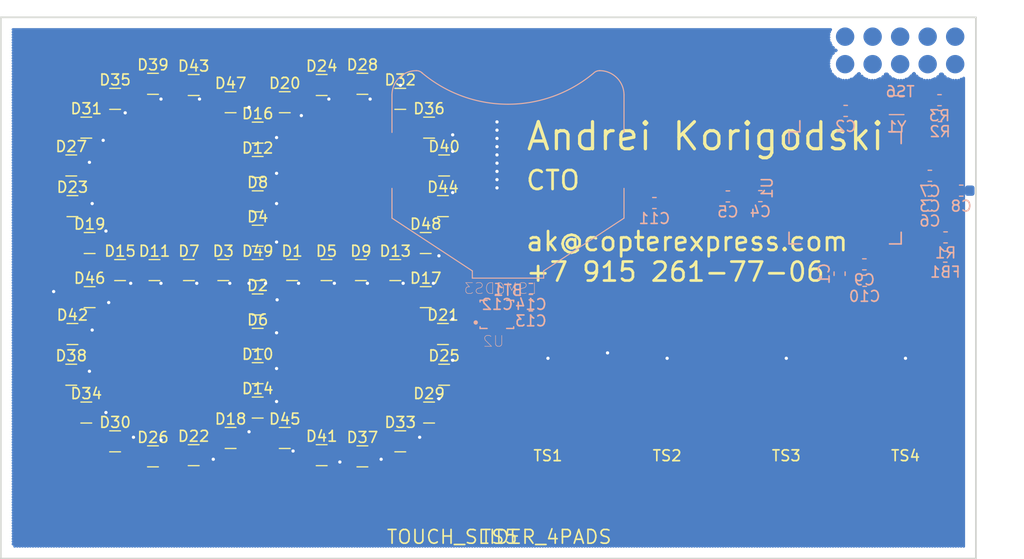
<source format=kicad_pcb>
(kicad_pcb (version 20171130) (host pcbnew 5.0.2+dfsg1-1~bpo9+1)
  (layers (0 F.Cu signal) (31 B.Cu signal) (34 B.Paste user) (35 F.Paste user hide) (36 B.SilkS user hide) (37 F.SilkS user hide) (38 B.Mask user) (39 F.Mask user hide) (44 Edge.Cuts user))
  (net 0 "")
  (net 1 LED_K0)
  (net 2 LED_K1)
  (net 3 LED_A0)
  (net 4 LED_K3)
  (net 5 LED_K2)
  (net 6 LED_K4)
  (net 7 LED_K5)
  (net 8 LED_K7)
  (net 9 LED_K6)
  (net 10 LED_K8)
  (net 11 LED_A1)
  (net 12 LED_A2)
  (net 13 LED_A3)
  (net 14 LED_A4)
  (net 15 LED_A5)
  (net 16 LED_A6)
  (net 17 LED_A7)
  (net 18 LED_A8)
  (net 19 VDD)
  (net 20 N$2)
  (net 21 MCU_AVDD)
  (net 22 GND)
  (net 23 N$7)
  (net 24 N$6)
  (net 25 N$13)
  (net 26 N$14)
  (net 27 N$5)
  (net 28 N$19)
  (net 29 N$20)
  (net 30 N$16)
  (net 31 N$15)
  (net 32 N$17)
  (net 33 N$18)
  (net 34 N$12)
  (net 35 N$11)
  (net 36 TOUCH_PAD0)
  (net 37 N$1)
  (net 38 TOUCH_PAD1)
  (net 39 TOUCH_PAD2)
  (net 40 TOUCH_PAD3)
  (net 41 N$21)
  (net 42 N$22)
  (net 43 N$23)
  (net 44 N$24)
  (net 45 N$8)
  (net 46 N$10)
  (net 47 N$9)
  (net 48 N$25)
  (net 49 N$26)
  (net 50 LED_K9)
  (net 51 LED_K10)
  (net 52 LED_K11)
  (module footprints:LED_DUAL_0606 (layer F.Cu) (at 126.884 103.351)
    (fp_text reference D1 (at 0 -1.75) (layer F.SilkS))
    (fp_text value LED_Dual_AACC)
    (pad 3 smd rect (at 0.725 -0.425) (size 0.85 0.65) (layers F.Cu F.Paste F.Mask) (net 1 LED_K0))
    (pad 4 smd rect (at 0.725 0.425) (size 0.85 0.65) (layers F.Cu F.Paste F.Mask) (net 1 LED_K0))
    (pad 2 smd rect (at -0.725 0.425) (size 0.85 0.65) (layers F.Cu F.Paste F.Mask) (net 11 LED_A1))
    (pad 1 smd rect (at -0.725 -0.425) (size 0.85 0.65) (layers F.Cu F.Paste F.Mask) (net 3 LED_A0))
  )
  (module footprints:LED_DUAL_0606 (layer F.Cu) (at 123.709 106.526)
    (fp_text reference D2 (at 0 -1.75) (layer F.SilkS))
    (fp_text value LED_Dual_AACC)
    (pad 3 smd rect (at 0.725 -0.425) (size 0.85 0.65) (layers F.Cu F.Paste F.Mask) (net 1 LED_K0))
    (pad 4 smd rect (at 0.725 0.425) (size 0.85 0.65) (layers F.Cu F.Paste F.Mask) (net 1 LED_K0))
    (pad 2 smd rect (at -0.725 0.425) (size 0.85 0.65) (layers F.Cu F.Paste F.Mask) (net 13 LED_A3))
    (pad 1 smd rect (at -0.725 -0.425) (size 0.85 0.65) (layers F.Cu F.Paste F.Mask) (net 12 LED_A2))
  )
  (module footprints:LED_DUAL_0606 (layer F.Cu) (at 120.534 103.351)
    (fp_text reference D3 (at 0 -1.75) (layer F.SilkS))
    (fp_text value LED_Dual_AACC)
    (pad 3 smd rect (at 0.725 -0.425) (size 0.85 0.65) (layers F.Cu F.Paste F.Mask) (net 1 LED_K0))
    (pad 4 smd rect (at 0.725 0.425) (size 0.85 0.65) (layers F.Cu F.Paste F.Mask) (net 1 LED_K0))
    (pad 2 smd rect (at -0.725 0.425) (size 0.85 0.65) (layers F.Cu F.Paste F.Mask) (net 15 LED_A5))
    (pad 1 smd rect (at -0.725 -0.425) (size 0.85 0.65) (layers F.Cu F.Paste F.Mask) (net 14 LED_A4))
  )
  (module footprints:LED_DUAL_0606 (layer F.Cu) (at 123.709 100.176)
    (fp_text reference D4 (at 0 -1.75) (layer F.SilkS))
    (fp_text value LED_Dual_AACC)
    (pad 3 smd rect (at 0.725 -0.425) (size 0.85 0.65) (layers F.Cu F.Paste F.Mask) (net 1 LED_K0))
    (pad 4 smd rect (at 0.725 0.425) (size 0.85 0.65) (layers F.Cu F.Paste F.Mask) (net 1 LED_K0))
    (pad 2 smd rect (at -0.725 0.425) (size 0.85 0.65) (layers F.Cu F.Paste F.Mask) (net 17 LED_A7))
    (pad 1 smd rect (at -0.725 -0.425) (size 0.85 0.65) (layers F.Cu F.Paste F.Mask) (net 16 LED_A6))
  )
  (module footprints:LED_DUAL_0606 (layer F.Cu) (at 130.059 103.351)
    (fp_text reference D5 (at 0 -1.75) (layer F.SilkS))
    (fp_text value LED_Dual_AACC)
    (pad 3 smd rect (at 0.725 -0.425) (size 0.85 0.65) (layers F.Cu F.Paste F.Mask) (net 2 LED_K1))
    (pad 4 smd rect (at 0.725 0.425) (size 0.85 0.65) (layers F.Cu F.Paste F.Mask) (net 2 LED_K1))
    (pad 2 smd rect (at -0.725 0.425) (size 0.85 0.65) (layers F.Cu F.Paste F.Mask) (net 11 LED_A1))
    (pad 1 smd rect (at -0.725 -0.425) (size 0.85 0.65) (layers F.Cu F.Paste F.Mask) (net 3 LED_A0))
  )
  (module footprints:LED_DUAL_0606 (layer F.Cu) (at 123.709 109.701)
    (fp_text reference D6 (at 0 -1.75) (layer F.SilkS))
    (fp_text value LED_Dual_AACC)
    (pad 3 smd rect (at 0.725 -0.425) (size 0.85 0.65) (layers F.Cu F.Paste F.Mask) (net 2 LED_K1))
    (pad 4 smd rect (at 0.725 0.425) (size 0.85 0.65) (layers F.Cu F.Paste F.Mask) (net 2 LED_K1))
    (pad 2 smd rect (at -0.725 0.425) (size 0.85 0.65) (layers F.Cu F.Paste F.Mask) (net 13 LED_A3))
    (pad 1 smd rect (at -0.725 -0.425) (size 0.85 0.65) (layers F.Cu F.Paste F.Mask) (net 12 LED_A2))
  )
  (module footprints:LED_DUAL_0606 (layer F.Cu) (at 117.359 103.351)
    (fp_text reference D7 (at 0 -1.75) (layer F.SilkS))
    (fp_text value LED_Dual_AACC)
    (pad 3 smd rect (at 0.725 -0.425) (size 0.85 0.65) (layers F.Cu F.Paste F.Mask) (net 2 LED_K1))
    (pad 4 smd rect (at 0.725 0.425) (size 0.85 0.65) (layers F.Cu F.Paste F.Mask) (net 2 LED_K1))
    (pad 2 smd rect (at -0.725 0.425) (size 0.85 0.65) (layers F.Cu F.Paste F.Mask) (net 15 LED_A5))
    (pad 1 smd rect (at -0.725 -0.425) (size 0.85 0.65) (layers F.Cu F.Paste F.Mask) (net 14 LED_A4))
  )
  (module footprints:LED_DUAL_0606 (layer F.Cu) (at 123.709 97.001)
    (fp_text reference D8 (at 0 -1.75) (layer F.SilkS))
    (fp_text value LED_Dual_AACC)
    (pad 3 smd rect (at 0.725 -0.425) (size 0.85 0.65) (layers F.Cu F.Paste F.Mask) (net 2 LED_K1))
    (pad 4 smd rect (at 0.725 0.425) (size 0.85 0.65) (layers F.Cu F.Paste F.Mask) (net 2 LED_K1))
    (pad 2 smd rect (at -0.725 0.425) (size 0.85 0.65) (layers F.Cu F.Paste F.Mask) (net 17 LED_A7))
    (pad 1 smd rect (at -0.725 -0.425) (size 0.85 0.65) (layers F.Cu F.Paste F.Mask) (net 16 LED_A6))
  )
  (module footprints:LED_DUAL_0606 (layer F.Cu) (at 133.234 103.351)
    (fp_text reference D9 (at 0 -1.75) (layer F.SilkS))
    (fp_text value LED_Dual_AACC)
    (pad 3 smd rect (at 0.725 -0.425) (size 0.85 0.65) (layers F.Cu F.Paste F.Mask) (net 5 LED_K2))
    (pad 4 smd rect (at 0.725 0.425) (size 0.85 0.65) (layers F.Cu F.Paste F.Mask) (net 5 LED_K2))
    (pad 2 smd rect (at -0.725 0.425) (size 0.85 0.65) (layers F.Cu F.Paste F.Mask) (net 11 LED_A1))
    (pad 1 smd rect (at -0.725 -0.425) (size 0.85 0.65) (layers F.Cu F.Paste F.Mask) (net 3 LED_A0))
  )
  (module footprints:LED_DUAL_0606 (layer F.Cu) (at 123.709 112.875999)
    (fp_text reference D10 (at 0 -1.75) (layer F.SilkS))
    (fp_text value LED_Dual_AACC)
    (pad 3 smd rect (at 0.725 -0.425) (size 0.85 0.65) (layers F.Cu F.Paste F.Mask) (net 5 LED_K2))
    (pad 4 smd rect (at 0.725 0.425) (size 0.85 0.65) (layers F.Cu F.Paste F.Mask) (net 5 LED_K2))
    (pad 2 smd rect (at -0.725 0.425) (size 0.85 0.65) (layers F.Cu F.Paste F.Mask) (net 13 LED_A3))
    (pad 1 smd rect (at -0.725 -0.425) (size 0.85 0.65) (layers F.Cu F.Paste F.Mask) (net 12 LED_A2))
  )
  (module footprints:LED_DUAL_0606 (layer F.Cu) (at 114.184 103.351)
    (fp_text reference D11 (at 0 -1.75) (layer F.SilkS))
    (fp_text value LED_Dual_AACC)
    (pad 3 smd rect (at 0.725 -0.425) (size 0.85 0.65) (layers F.Cu F.Paste F.Mask) (net 5 LED_K2))
    (pad 4 smd rect (at 0.725 0.425) (size 0.85 0.65) (layers F.Cu F.Paste F.Mask) (net 5 LED_K2))
    (pad 2 smd rect (at -0.725 0.425) (size 0.85 0.65) (layers F.Cu F.Paste F.Mask) (net 15 LED_A5))
    (pad 1 smd rect (at -0.725 -0.425) (size 0.85 0.65) (layers F.Cu F.Paste F.Mask) (net 14 LED_A4))
  )
  (module footprints:LED_DUAL_0606 (layer F.Cu) (at 123.709 93.826)
    (fp_text reference D12 (at 0 -1.75) (layer F.SilkS))
    (fp_text value LED_Dual_AACC)
    (pad 3 smd rect (at 0.725 -0.425) (size 0.85 0.65) (layers F.Cu F.Paste F.Mask) (net 5 LED_K2))
    (pad 4 smd rect (at 0.725 0.425) (size 0.85 0.65) (layers F.Cu F.Paste F.Mask) (net 5 LED_K2))
    (pad 2 smd rect (at -0.725 0.425) (size 0.85 0.65) (layers F.Cu F.Paste F.Mask) (net 17 LED_A7))
    (pad 1 smd rect (at -0.725 -0.425) (size 0.85 0.65) (layers F.Cu F.Paste F.Mask) (net 16 LED_A6))
  )
  (module footprints:LED_DUAL_0606 (layer F.Cu) (at 136.409 103.351)
    (fp_text reference D13 (at 0 -1.75) (layer F.SilkS))
    (fp_text value LED_Dual_AACC)
    (pad 3 smd rect (at 0.725 -0.425) (size 0.85 0.65) (layers F.Cu F.Paste F.Mask) (net 4 LED_K3))
    (pad 4 smd rect (at 0.725 0.425) (size 0.85 0.65) (layers F.Cu F.Paste F.Mask) (net 4 LED_K3))
    (pad 2 smd rect (at -0.725 0.425) (size 0.85 0.65) (layers F.Cu F.Paste F.Mask) (net 11 LED_A1))
    (pad 1 smd rect (at -0.725 -0.425) (size 0.85 0.65) (layers F.Cu F.Paste F.Mask) (net 3 LED_A0))
  )
  (module footprints:LED_DUAL_0606 (layer F.Cu) (at 123.709 116.051)
    (fp_text reference D14 (at 0 -1.75) (layer F.SilkS))
    (fp_text value LED_Dual_AACC)
    (pad 3 smd rect (at 0.725 -0.425) (size 0.85 0.65) (layers F.Cu F.Paste F.Mask) (net 4 LED_K3))
    (pad 4 smd rect (at 0.725 0.425) (size 0.85 0.65) (layers F.Cu F.Paste F.Mask) (net 4 LED_K3))
    (pad 2 smd rect (at -0.725 0.425) (size 0.85 0.65) (layers F.Cu F.Paste F.Mask) (net 13 LED_A3))
    (pad 1 smd rect (at -0.725 -0.425) (size 0.85 0.65) (layers F.Cu F.Paste F.Mask) (net 12 LED_A2))
  )
  (module footprints:LED_DUAL_0606 (layer F.Cu) (at 111.009 103.351)
    (fp_text reference D15 (at 0 -1.75) (layer F.SilkS))
    (fp_text value LED_Dual_AACC)
    (pad 3 smd rect (at 0.725 -0.425) (size 0.85 0.65) (layers F.Cu F.Paste F.Mask) (net 4 LED_K3))
    (pad 4 smd rect (at 0.725 0.425) (size 0.85 0.65) (layers F.Cu F.Paste F.Mask) (net 4 LED_K3))
    (pad 2 smd rect (at -0.725 0.425) (size 0.85 0.65) (layers F.Cu F.Paste F.Mask) (net 15 LED_A5))
    (pad 1 smd rect (at -0.725 -0.425) (size 0.85 0.65) (layers F.Cu F.Paste F.Mask) (net 14 LED_A4))
  )
  (module footprints:LED_DUAL_0606 (layer F.Cu) (at 123.709 90.651)
    (fp_text reference D16 (at 0 -1.75) (layer F.SilkS))
    (fp_text value LED_Dual_AACC)
    (pad 3 smd rect (at 0.725 -0.425) (size 0.85 0.65) (layers F.Cu F.Paste F.Mask) (net 4 LED_K3))
    (pad 4 smd rect (at 0.725 0.425) (size 0.85 0.65) (layers F.Cu F.Paste F.Mask) (net 4 LED_K3))
    (pad 2 smd rect (at -0.725 0.425) (size 0.85 0.65) (layers F.Cu F.Paste F.Mask) (net 17 LED_A7))
    (pad 1 smd rect (at -0.725 -0.425) (size 0.85 0.65) (layers F.Cu F.Paste F.Mask) (net 16 LED_A6))
  )
  (module footprints:LED_DUAL_0606 (layer F.Cu) (at 139.217852 105.850666)
    (fp_text reference D17 (at 0 -1.75) (layer F.SilkS))
    (fp_text value LED_Dual_AACC)
    (pad 3 smd rect (at 0.725 -0.425) (size 0.85 0.65) (layers F.Cu F.Paste F.Mask) (net 6 LED_K4))
    (pad 4 smd rect (at 0.725 0.425) (size 0.85 0.65) (layers F.Cu F.Paste F.Mask) (net 6 LED_K4))
    (pad 2 smd rect (at -0.725 0.425) (size 0.85 0.65) (layers F.Cu F.Paste F.Mask) (net 11 LED_A1))
    (pad 1 smd rect (at -0.725 -0.425) (size 0.85 0.65) (layers F.Cu F.Paste F.Mask) (net 3 LED_A0))
  )
  (module footprints:LED_DUAL_0606 (layer F.Cu) (at 121.209333 118.859852)
    (fp_text reference D18 (at 0 -1.75) (layer F.SilkS))
    (fp_text value LED_Dual_AACC)
    (pad 3 smd rect (at 0.725 -0.425) (size 0.85 0.65) (layers F.Cu F.Paste F.Mask) (net 6 LED_K4))
    (pad 4 smd rect (at 0.725 0.425) (size 0.85 0.65) (layers F.Cu F.Paste F.Mask) (net 6 LED_K4))
    (pad 2 smd rect (at -0.725 0.425) (size 0.85 0.65) (layers F.Cu F.Paste F.Mask) (net 13 LED_A3))
    (pad 1 smd rect (at -0.725 -0.425) (size 0.85 0.65) (layers F.Cu F.Paste F.Mask) (net 12 LED_A2))
  )
  (module footprints:LED_DUAL_0606 (layer F.Cu) (at 108.200147 100.851333)
    (fp_text reference D19 (at 0 -1.75) (layer F.SilkS))
    (fp_text value LED_Dual_AACC)
    (pad 3 smd rect (at 0.725 -0.425) (size 0.85 0.65) (layers F.Cu F.Paste F.Mask) (net 6 LED_K4))
    (pad 4 smd rect (at 0.725 0.425) (size 0.85 0.65) (layers F.Cu F.Paste F.Mask) (net 6 LED_K4))
    (pad 2 smd rect (at -0.725 0.425) (size 0.85 0.65) (layers F.Cu F.Paste F.Mask) (net 15 LED_A5))
    (pad 1 smd rect (at -0.725 -0.425) (size 0.85 0.65) (layers F.Cu F.Paste F.Mask) (net 14 LED_A4))
  )
  (module footprints:LED_DUAL_0606 (layer F.Cu) (at 126.208666 87.842147)
    (fp_text reference D20 (at 0 -1.75) (layer F.SilkS))
    (fp_text value LED_Dual_AACC)
    (pad 3 smd rect (at 0.725 -0.425) (size 0.85 0.65) (layers F.Cu F.Paste F.Mask) (net 6 LED_K4))
    (pad 4 smd rect (at 0.725 0.425) (size 0.85 0.65) (layers F.Cu F.Paste F.Mask) (net 6 LED_K4))
    (pad 2 smd rect (at -0.725 0.425) (size 0.85 0.65) (layers F.Cu F.Paste F.Mask) (net 17 LED_A7))
    (pad 1 smd rect (at -0.725 -0.425) (size 0.85 0.65) (layers F.Cu F.Paste F.Mask) (net 16 LED_A6))
  )
  (module footprints:LED_DUAL_0606 (layer F.Cu) (at 140.806919 109.258431)
    (fp_text reference D21 (at 0 -1.75) (layer F.SilkS))
    (fp_text value LED_Dual_AACC)
    (pad 3 smd rect (at 0.725 -0.425) (size 0.85 0.65) (layers F.Cu F.Paste F.Mask) (net 7 LED_K5))
    (pad 4 smd rect (at 0.725 0.425) (size 0.85 0.65) (layers F.Cu F.Paste F.Mask) (net 7 LED_K5))
    (pad 2 smd rect (at -0.725 0.425) (size 0.85 0.65) (layers F.Cu F.Paste F.Mask) (net 11 LED_A1))
    (pad 1 smd rect (at -0.725 -0.425) (size 0.85 0.65) (layers F.Cu F.Paste F.Mask) (net 3 LED_A0))
  )
  (module footprints:LED_DUAL_0606 (layer F.Cu) (at 117.801568 120.448919)
    (fp_text reference D22 (at 0 -1.75) (layer F.SilkS))
    (fp_text value LED_Dual_AACC)
    (pad 3 smd rect (at 0.725 -0.425) (size 0.85 0.65) (layers F.Cu F.Paste F.Mask) (net 7 LED_K5))
    (pad 4 smd rect (at 0.725 0.425) (size 0.85 0.65) (layers F.Cu F.Paste F.Mask) (net 7 LED_K5))
    (pad 2 smd rect (at -0.725 0.425) (size 0.85 0.65) (layers F.Cu F.Paste F.Mask) (net 13 LED_A3))
    (pad 1 smd rect (at -0.725 -0.425) (size 0.85 0.65) (layers F.Cu F.Paste F.Mask) (net 12 LED_A2))
  )
  (module footprints:LED_DUAL_0606 (layer F.Cu) (at 106.61108 97.443568)
    (fp_text reference D23 (at 0 -1.75) (layer F.SilkS))
    (fp_text value LED_Dual_AACC)
    (pad 3 smd rect (at 0.725 -0.425) (size 0.85 0.65) (layers F.Cu F.Paste F.Mask) (net 7 LED_K5))
    (pad 4 smd rect (at 0.725 0.425) (size 0.85 0.65) (layers F.Cu F.Paste F.Mask) (net 7 LED_K5))
    (pad 2 smd rect (at -0.725 0.425) (size 0.85 0.65) (layers F.Cu F.Paste F.Mask) (net 15 LED_A5))
    (pad 1 smd rect (at -0.725 -0.425) (size 0.85 0.65) (layers F.Cu F.Paste F.Mask) (net 14 LED_A4))
  )
  (module footprints:LED_DUAL_0606 (layer F.Cu) (at 129.616431 86.25308)
    (fp_text reference D24 (at 0 -1.75) (layer F.SilkS))
    (fp_text value LED_Dual_AACC)
    (pad 3 smd rect (at 0.725 -0.425) (size 0.85 0.65) (layers F.Cu F.Paste F.Mask) (net 7 LED_K5))
    (pad 4 smd rect (at 0.725 0.425) (size 0.85 0.65) (layers F.Cu F.Paste F.Mask) (net 7 LED_K5))
    (pad 2 smd rect (at -0.725 0.425) (size 0.85 0.65) (layers F.Cu F.Paste F.Mask) (net 17 LED_A7))
    (pad 1 smd rect (at -0.725 -0.425) (size 0.85 0.65) (layers F.Cu F.Paste F.Mask) (net 16 LED_A6))
  )
  (module footprints:LED_DUAL_0606 (layer F.Cu) (at 140.916279 113.016892)
    (fp_text reference D25 (at 0 -1.75) (layer F.SilkS))
    (fp_text value LED_Dual_AACC)
    (pad 3 smd rect (at 0.725 -0.425) (size 0.85 0.65) (layers F.Cu F.Paste F.Mask) (net 9 LED_K6))
    (pad 4 smd rect (at 0.725 0.425) (size 0.85 0.65) (layers F.Cu F.Paste F.Mask) (net 9 LED_K6))
    (pad 2 smd rect (at -0.725 0.425) (size 0.85 0.65) (layers F.Cu F.Paste F.Mask) (net 3 LED_A0))
    (pad 1 smd rect (at -0.725 -0.425) (size 0.85 0.65) (layers F.Cu F.Paste F.Mask) (net 11 LED_A1))
  )
  (module footprints:LED_DUAL_0606 (layer F.Cu) (at 114.043107 120.558279)
    (fp_text reference D26 (at 0 -1.75) (layer F.SilkS))
    (fp_text value LED_Dual_AACC)
    (pad 3 smd rect (at 0.725 -0.425) (size 0.85 0.65) (layers F.Cu F.Paste F.Mask) (net 9 LED_K6))
    (pad 4 smd rect (at 0.725 0.425) (size 0.85 0.65) (layers F.Cu F.Paste F.Mask) (net 9 LED_K6))
    (pad 2 smd rect (at -0.725 0.425) (size 0.85 0.65) (layers F.Cu F.Paste F.Mask) (net 12 LED_A2))
    (pad 1 smd rect (at -0.725 -0.425) (size 0.85 0.65) (layers F.Cu F.Paste F.Mask) (net 13 LED_A3))
  )
  (module footprints:LED_DUAL_0606 (layer F.Cu) (at 106.50172 93.685107)
    (fp_text reference D27 (at 0 -1.75) (layer F.SilkS))
    (fp_text value LED_Dual_AACC)
    (pad 3 smd rect (at 0.725 -0.425) (size 0.85 0.65) (layers F.Cu F.Paste F.Mask) (net 9 LED_K6))
    (pad 4 smd rect (at 0.725 0.425) (size 0.85 0.65) (layers F.Cu F.Paste F.Mask) (net 9 LED_K6))
    (pad 2 smd rect (at -0.725 0.425) (size 0.85 0.65) (layers F.Cu F.Paste F.Mask) (net 14 LED_A4))
    (pad 1 smd rect (at -0.725 -0.425) (size 0.85 0.65) (layers F.Cu F.Paste F.Mask) (net 15 LED_A5))
  )
  (module footprints:LED_DUAL_0606 (layer F.Cu) (at 133.374892 86.14372)
    (fp_text reference D28 (at 0 -1.75) (layer F.SilkS))
    (fp_text value LED_Dual_AACC)
    (pad 3 smd rect (at 0.725 -0.425) (size 0.85 0.65) (layers F.Cu F.Paste F.Mask) (net 9 LED_K6))
    (pad 4 smd rect (at 0.725 0.425) (size 0.85 0.65) (layers F.Cu F.Paste F.Mask) (net 9 LED_K6))
    (pad 2 smd rect (at -0.725 0.425) (size 0.85 0.65) (layers F.Cu F.Paste F.Mask) (net 16 LED_A6))
    (pad 1 smd rect (at -0.725 -0.425) (size 0.85 0.65) (layers F.Cu F.Paste F.Mask) (net 17 LED_A7))
  )
  (module footprints:LED_DUAL_0606 (layer F.Cu) (at 139.528045 116.511287)
    (fp_text reference D29 (at 0 -1.75) (layer F.SilkS))
    (fp_text value LED_Dual_AACC)
    (pad 3 smd rect (at 0.725 -0.425) (size 0.85 0.65) (layers F.Cu F.Paste F.Mask) (net 8 LED_K7))
    (pad 4 smd rect (at 0.725 0.425) (size 0.85 0.65) (layers F.Cu F.Paste F.Mask) (net 8 LED_K7))
    (pad 2 smd rect (at -0.725 0.425) (size 0.85 0.65) (layers F.Cu F.Paste F.Mask) (net 3 LED_A0))
    (pad 1 smd rect (at -0.725 -0.425) (size 0.85 0.65) (layers F.Cu F.Paste F.Mask) (net 11 LED_A1))
  )
  (module footprints:LED_DUAL_0606 (layer F.Cu) (at 110.548712 119.170045)
    (fp_text reference D30 (at 0 -1.75) (layer F.SilkS))
    (fp_text value LED_Dual_AACC)
    (pad 3 smd rect (at 0.725 -0.425) (size 0.85 0.65) (layers F.Cu F.Paste F.Mask) (net 8 LED_K7))
    (pad 4 smd rect (at 0.725 0.425) (size 0.85 0.65) (layers F.Cu F.Paste F.Mask) (net 8 LED_K7))
    (pad 2 smd rect (at -0.725 0.425) (size 0.85 0.65) (layers F.Cu F.Paste F.Mask) (net 12 LED_A2))
    (pad 1 smd rect (at -0.725 -0.425) (size 0.85 0.65) (layers F.Cu F.Paste F.Mask) (net 13 LED_A3))
  )
  (module footprints:LED_DUAL_0606 (layer F.Cu) (at 107.889954 90.190712)
    (fp_text reference D31 (at 0 -1.75) (layer F.SilkS))
    (fp_text value LED_Dual_AACC)
    (pad 3 smd rect (at 0.725 -0.425) (size 0.85 0.65) (layers F.Cu F.Paste F.Mask) (net 8 LED_K7))
    (pad 4 smd rect (at 0.725 0.425) (size 0.85 0.65) (layers F.Cu F.Paste F.Mask) (net 8 LED_K7))
    (pad 2 smd rect (at -0.725 0.425) (size 0.85 0.65) (layers F.Cu F.Paste F.Mask) (net 14 LED_A4))
    (pad 1 smd rect (at -0.725 -0.425) (size 0.85 0.65) (layers F.Cu F.Paste F.Mask) (net 15 LED_A5))
  )
  (module footprints:LED_DUAL_0606 (layer F.Cu) (at 136.869287 87.531954)
    (fp_text reference D32 (at 0 -1.75) (layer F.SilkS))
    (fp_text value LED_Dual_AACC)
    (pad 3 smd rect (at 0.725 -0.425) (size 0.85 0.65) (layers F.Cu F.Paste F.Mask) (net 8 LED_K7))
    (pad 4 smd rect (at 0.725 0.425) (size 0.85 0.65) (layers F.Cu F.Paste F.Mask) (net 8 LED_K7))
    (pad 2 smd rect (at -0.725 0.425) (size 0.85 0.65) (layers F.Cu F.Paste F.Mask) (net 16 LED_A6))
    (pad 1 smd rect (at -0.725 -0.425) (size 0.85 0.65) (layers F.Cu F.Paste F.Mask) (net 17 LED_A7))
  )
  (module footprints:LED_DUAL_0606 (layer F.Cu) (at 136.869287 119.170045)
    (fp_text reference D33 (at 0 -1.75) (layer F.SilkS))
    (fp_text value LED_Dual_AACC)
    (pad 3 smd rect (at 0.725 -0.425) (size 0.85 0.65) (layers F.Cu F.Paste F.Mask) (net 10 LED_K8))
    (pad 4 smd rect (at 0.725 0.425) (size 0.85 0.65) (layers F.Cu F.Paste F.Mask) (net 10 LED_K8))
    (pad 2 smd rect (at -0.725 0.425) (size 0.85 0.65) (layers F.Cu F.Paste F.Mask) (net 3 LED_A0))
    (pad 1 smd rect (at -0.725 -0.425) (size 0.85 0.65) (layers F.Cu F.Paste F.Mask) (net 11 LED_A1))
  )
  (module footprints:LED_DUAL_0606 (layer F.Cu) (at 107.889954 116.511287)
    (fp_text reference D34 (at 0 -1.75) (layer F.SilkS))
    (fp_text value LED_Dual_AACC)
    (pad 3 smd rect (at 0.725 -0.425) (size 0.85 0.65) (layers F.Cu F.Paste F.Mask) (net 10 LED_K8))
    (pad 4 smd rect (at 0.725 0.425) (size 0.85 0.65) (layers F.Cu F.Paste F.Mask) (net 10 LED_K8))
    (pad 2 smd rect (at -0.725 0.425) (size 0.85 0.65) (layers F.Cu F.Paste F.Mask) (net 12 LED_A2))
    (pad 1 smd rect (at -0.725 -0.425) (size 0.85 0.65) (layers F.Cu F.Paste F.Mask) (net 13 LED_A3))
  )
  (module footprints:LED_DUAL_0606 (layer F.Cu) (at 110.548712 87.531954)
    (fp_text reference D35 (at 0 -1.75) (layer F.SilkS))
    (fp_text value LED_Dual_AACC)
    (pad 3 smd rect (at 0.725 -0.425) (size 0.85 0.65) (layers F.Cu F.Paste F.Mask) (net 10 LED_K8))
    (pad 4 smd rect (at 0.725 0.425) (size 0.85 0.65) (layers F.Cu F.Paste F.Mask) (net 10 LED_K8))
    (pad 2 smd rect (at -0.725 0.425) (size 0.85 0.65) (layers F.Cu F.Paste F.Mask) (net 14 LED_A4))
    (pad 1 smd rect (at -0.725 -0.425) (size 0.85 0.65) (layers F.Cu F.Paste F.Mask) (net 15 LED_A5))
  )
  (module footprints:LED_DUAL_0606 (layer F.Cu) (at 139.528045 90.190712)
    (fp_text reference D36 (at 0 -1.75) (layer F.SilkS))
    (fp_text value LED_Dual_AACC)
    (pad 3 smd rect (at 0.725 -0.425) (size 0.85 0.65) (layers F.Cu F.Paste F.Mask) (net 10 LED_K8))
    (pad 4 smd rect (at 0.725 0.425) (size 0.85 0.65) (layers F.Cu F.Paste F.Mask) (net 10 LED_K8))
    (pad 2 smd rect (at -0.725 0.425) (size 0.85 0.65) (layers F.Cu F.Paste F.Mask) (net 16 LED_A6))
    (pad 1 smd rect (at -0.725 -0.425) (size 0.85 0.65) (layers F.Cu F.Paste F.Mask) (net 17 LED_A7))
  )
  (module footprints:LED_DUAL_0606 (layer F.Cu) (at 133.374892 120.558279)
    (fp_text reference D37 (at 0 -1.75) (layer F.SilkS))
    (fp_text value LED_Dual_AACC)
    (pad 3 smd rect (at 0.725 -0.425) (size 0.85 0.65) (layers F.Cu F.Paste F.Mask) (net 50 LED_K9))
    (pad 4 smd rect (at 0.725 0.425) (size 0.85 0.65) (layers F.Cu F.Paste F.Mask) (net 50 LED_K9))
    (pad 2 smd rect (at -0.725 0.425) (size 0.85 0.65) (layers F.Cu F.Paste F.Mask) (net 3 LED_A0))
    (pad 1 smd rect (at -0.725 -0.425) (size 0.85 0.65) (layers F.Cu F.Paste F.Mask) (net 11 LED_A1))
  )
  (module footprints:LED_DUAL_0606 (layer F.Cu) (at 106.50172 113.016892)
    (fp_text reference D38 (at 0 -1.75) (layer F.SilkS))
    (fp_text value LED_Dual_AACC)
    (pad 3 smd rect (at 0.725 -0.425) (size 0.85 0.65) (layers F.Cu F.Paste F.Mask) (net 50 LED_K9))
    (pad 4 smd rect (at 0.725 0.425) (size 0.85 0.65) (layers F.Cu F.Paste F.Mask) (net 50 LED_K9))
    (pad 2 smd rect (at -0.725 0.425) (size 0.85 0.65) (layers F.Cu F.Paste F.Mask) (net 12 LED_A2))
    (pad 1 smd rect (at -0.725 -0.425) (size 0.85 0.65) (layers F.Cu F.Paste F.Mask) (net 13 LED_A3))
  )
  (module footprints:LED_DUAL_0606 (layer F.Cu) (at 114.043107 86.14372)
    (fp_text reference D39 (at 0 -1.75) (layer F.SilkS))
    (fp_text value LED_Dual_AACC)
    (pad 3 smd rect (at 0.725 -0.425) (size 0.85 0.65) (layers F.Cu F.Paste F.Mask) (net 50 LED_K9))
    (pad 4 smd rect (at 0.725 0.425) (size 0.85 0.65) (layers F.Cu F.Paste F.Mask) (net 50 LED_K9))
    (pad 2 smd rect (at -0.725 0.425) (size 0.85 0.65) (layers F.Cu F.Paste F.Mask) (net 14 LED_A4))
    (pad 1 smd rect (at -0.725 -0.425) (size 0.85 0.65) (layers F.Cu F.Paste F.Mask) (net 15 LED_A5))
  )
  (module footprints:LED_DUAL_0606 (layer F.Cu) (at 140.916279 93.685107)
    (fp_text reference D40 (at 0 -1.75) (layer F.SilkS))
    (fp_text value LED_Dual_AACC)
    (pad 3 smd rect (at 0.725 -0.425) (size 0.85 0.65) (layers F.Cu F.Paste F.Mask) (net 50 LED_K9))
    (pad 4 smd rect (at 0.725 0.425) (size 0.85 0.65) (layers F.Cu F.Paste F.Mask) (net 50 LED_K9))
    (pad 2 smd rect (at -0.725 0.425) (size 0.85 0.65) (layers F.Cu F.Paste F.Mask) (net 16 LED_A6))
    (pad 1 smd rect (at -0.725 -0.425) (size 0.85 0.65) (layers F.Cu F.Paste F.Mask) (net 17 LED_A7))
  )
  (module footprints:LED_DUAL_0606 (layer F.Cu) (at 129.616431 120.448919)
    (fp_text reference D41 (at 0 -1.75) (layer F.SilkS))
    (fp_text value LED_Dual_AACC)
    (pad 3 smd rect (at 0.725 -0.425) (size 0.85 0.65) (layers F.Cu F.Paste F.Mask) (net 51 LED_K10))
    (pad 4 smd rect (at 0.725 0.425) (size 0.85 0.65) (layers F.Cu F.Paste F.Mask) (net 51 LED_K10))
    (pad 2 smd rect (at -0.725 0.425) (size 0.85 0.65) (layers F.Cu F.Paste F.Mask) (net 3 LED_A0))
    (pad 1 smd rect (at -0.725 -0.425) (size 0.85 0.65) (layers F.Cu F.Paste F.Mask) (net 11 LED_A1))
  )
  (module footprints:LED_DUAL_0606 (layer F.Cu) (at 106.61108 109.258431)
    (fp_text reference D42 (at 0 -1.75) (layer F.SilkS))
    (fp_text value LED_Dual_AACC)
    (pad 3 smd rect (at 0.725 -0.425) (size 0.85 0.65) (layers F.Cu F.Paste F.Mask) (net 51 LED_K10))
    (pad 4 smd rect (at 0.725 0.425) (size 0.85 0.65) (layers F.Cu F.Paste F.Mask) (net 51 LED_K10))
    (pad 2 smd rect (at -0.725 0.425) (size 0.85 0.65) (layers F.Cu F.Paste F.Mask) (net 12 LED_A2))
    (pad 1 smd rect (at -0.725 -0.425) (size 0.85 0.65) (layers F.Cu F.Paste F.Mask) (net 13 LED_A3))
  )
  (module footprints:LED_DUAL_0606 (layer F.Cu) (at 117.801568 86.25308)
    (fp_text reference D43 (at 0 -1.75) (layer F.SilkS))
    (fp_text value LED_Dual_AACC)
    (pad 3 smd rect (at 0.725 -0.425) (size 0.85 0.65) (layers F.Cu F.Paste F.Mask) (net 51 LED_K10))
    (pad 4 smd rect (at 0.725 0.425) (size 0.85 0.65) (layers F.Cu F.Paste F.Mask) (net 51 LED_K10))
    (pad 2 smd rect (at -0.725 0.425) (size 0.85 0.65) (layers F.Cu F.Paste F.Mask) (net 14 LED_A4))
    (pad 1 smd rect (at -0.725 -0.425) (size 0.85 0.65) (layers F.Cu F.Paste F.Mask) (net 15 LED_A5))
  )
  (module footprints:LED_DUAL_0606 (layer F.Cu) (at 140.806919 97.443568)
    (fp_text reference D44 (at 0 -1.75) (layer F.SilkS))
    (fp_text value LED_Dual_AACC)
    (pad 3 smd rect (at 0.725 -0.425) (size 0.85 0.65) (layers F.Cu F.Paste F.Mask) (net 51 LED_K10))
    (pad 4 smd rect (at 0.725 0.425) (size 0.85 0.65) (layers F.Cu F.Paste F.Mask) (net 51 LED_K10))
    (pad 2 smd rect (at -0.725 0.425) (size 0.85 0.65) (layers F.Cu F.Paste F.Mask) (net 16 LED_A6))
    (pad 1 smd rect (at -0.725 -0.425) (size 0.85 0.65) (layers F.Cu F.Paste F.Mask) (net 17 LED_A7))
  )
  (module footprints:LED_DUAL_0606 (layer F.Cu) (at 126.208666 118.859852)
    (fp_text reference D45 (at 0 -1.75) (layer F.SilkS))
    (fp_text value LED_Dual_AACC)
    (pad 3 smd rect (at 0.725 -0.425) (size 0.85 0.65) (layers F.Cu F.Paste F.Mask) (net 52 LED_K11))
    (pad 4 smd rect (at 0.725 0.425) (size 0.85 0.65) (layers F.Cu F.Paste F.Mask) (net 52 LED_K11))
    (pad 2 smd rect (at -0.725 0.425) (size 0.85 0.65) (layers F.Cu F.Paste F.Mask) (net 3 LED_A0))
    (pad 1 smd rect (at -0.725 -0.425) (size 0.85 0.65) (layers F.Cu F.Paste F.Mask) (net 11 LED_A1))
  )
  (module footprints:LED_DUAL_0606 (layer F.Cu) (at 108.200147 105.850666)
    (fp_text reference D46 (at 0 -1.75) (layer F.SilkS))
    (fp_text value LED_Dual_AACC)
    (pad 3 smd rect (at 0.725 -0.425) (size 0.85 0.65) (layers F.Cu F.Paste F.Mask) (net 52 LED_K11))
    (pad 4 smd rect (at 0.725 0.425) (size 0.85 0.65) (layers F.Cu F.Paste F.Mask) (net 52 LED_K11))
    (pad 2 smd rect (at -0.725 0.425) (size 0.85 0.65) (layers F.Cu F.Paste F.Mask) (net 12 LED_A2))
    (pad 1 smd rect (at -0.725 -0.425) (size 0.85 0.65) (layers F.Cu F.Paste F.Mask) (net 13 LED_A3))
  )
  (module footprints:LED_DUAL_0606 (layer F.Cu) (at 121.209333 87.842147)
    (fp_text reference D47 (at 0 -1.75) (layer F.SilkS))
    (fp_text value LED_Dual_AACC)
    (pad 3 smd rect (at 0.725 -0.425) (size 0.85 0.65) (layers F.Cu F.Paste F.Mask) (net 52 LED_K11))
    (pad 4 smd rect (at 0.725 0.425) (size 0.85 0.65) (layers F.Cu F.Paste F.Mask) (net 52 LED_K11))
    (pad 2 smd rect (at -0.725 0.425) (size 0.85 0.65) (layers F.Cu F.Paste F.Mask) (net 14 LED_A4))
    (pad 1 smd rect (at -0.725 -0.425) (size 0.85 0.65) (layers F.Cu F.Paste F.Mask) (net 15 LED_A5))
  )
  (module footprints:LED_DUAL_0606 (layer F.Cu) (at 139.217852 100.851333)
    (fp_text reference D48 (at 0 -1.75) (layer F.SilkS))
    (fp_text value LED_Dual_AACC)
    (pad 3 smd rect (at 0.725 -0.425) (size 0.85 0.65) (layers F.Cu F.Paste F.Mask) (net 52 LED_K11))
    (pad 4 smd rect (at 0.725 0.425) (size 0.85 0.65) (layers F.Cu F.Paste F.Mask) (net 52 LED_K11))
    (pad 2 smd rect (at -0.725 0.425) (size 0.85 0.65) (layers F.Cu F.Paste F.Mask) (net 16 LED_A6))
    (pad 1 smd rect (at -0.725 -0.425) (size 0.85 0.65) (layers F.Cu F.Paste F.Mask) (net 17 LED_A7))
  )
  (module footprints:LED_DUAL_0606 (layer F.Cu) (at 123.709 103.351)
    (fp_text reference D49 (at 0 -1.75) (layer F.SilkS))
    (fp_text value LED_Dual_AACC)
    (pad 3 smd rect (at 0.725 -0.425) (size 0.85 0.65) (layers F.Cu F.Paste F.Mask) (net 1 LED_K0))
    (pad 4 smd rect (at 0.725 0.425) (size 0.85 0.65) (layers F.Cu F.Paste F.Mask) (net 2 LED_K1))
    (pad 2 smd rect (at -0.725 0.425) (size 0.85 0.65) (layers F.Cu F.Paste F.Mask) (net 18 LED_A8))
    (pad 1 smd rect (at -0.725 -0.425) (size 0.85 0.65) (layers F.Cu F.Paste F.Mask) (net 18 LED_A8))
  )
  (module Inductor_SMD:L_0603_1608Metric (layer B.Cu) (at 187.1725 102.108)
    (fp_text reference FB1 (at 0 1.43) (layer B.SilkS) (effects (justify mirror)))
    (fp_text value Ferrite_Bead_Small)
    (pad 2 smd roundrect (at 0.7875 0) (size 0.875 0.95) (layers B.Cu B.Paste B.Mask) (net 20 N$2))
    (pad 1 smd roundrect (at -0.7875 0) (size 0.875 0.95) (layers B.Cu B.Paste B.Mask) (net 19 VDD))
  )
  (module Resistor_SMD:R_0603_1608Metric (layer B.Cu) (at 187.1979 100.33)
    (fp_text reference R1 (at 0 1.43) (layer B.SilkS) (effects (justify mirror)))
    (fp_text value 1)
    (pad 2 smd roundrect (at 0.7875 0) (size 0.875 0.95) (layers B.Cu B.Paste B.Mask) (net 21 MCU_AVDD))
    (pad 1 smd roundrect (at -0.7875 0) (size 0.875 0.95) (layers B.Cu B.Paste B.Mask) (net 20 N$2))
  )
  (module Package_QFP:LQFP-64_10x10mm_P0.5mm (layer B.Cu) (at 177.927 95.758 270)
    (fp_text reference U1 (at 0 7.2 270) (layer B.SilkS) (effects (justify mirror)))
    (fp_text value EFM32LG232F64)
    (pad 64 smd rect (at -3.75 5.7 180) (size 1 0.25) (layers B.Cu B.Paste B.Mask) (net 52 LED_K11))
    (pad 63 smd rect (at -3.25 5.7 180) (size 1 0.25) (layers B.Cu B.Paste B.Mask) (net 51 LED_K10))
    (pad 62 smd rect (at -2.75 5.7 180) (size 1 0.25) (layers B.Cu B.Paste B.Mask) (net 50 LED_K9))
    (pad 61 smd rect (at -2.25 5.7 180) (size 1 0.25) (layers B.Cu B.Paste B.Mask) (net 10 LED_K8))
    (pad 60 smd rect (at -1.75 5.7 180) (size 1 0.25) (layers B.Cu B.Paste B.Mask) (net 8 LED_K7))
    (pad 59 smd rect (at -1.25 5.7 180) (size 1 0.25) (layers B.Cu B.Paste B.Mask) (net 9 LED_K6))
    (pad 58 smd rect (at -0.75 5.7 180) (size 1 0.25) (layers B.Cu B.Paste B.Mask) (net 7 LED_K5))
    (pad 57 smd rect (at -0.25 5.7 180) (size 1 0.25) (layers B.Cu B.Paste B.Mask) (net 6 LED_K4))
    (pad 56 smd rect (at 0.25 5.7 180) (size 1 0.25) (layers B.Cu B.Paste B.Mask) (net 22 GND))
    (pad 55 smd rect (at 0.75 5.7 180) (size 1 0.25) (layers B.Cu B.Paste B.Mask) (net 19 VDD))
    (pad 54 smd rect (at 1.25 5.7 180) (size 1 0.25) (layers B.Cu B.Paste B.Mask) (net 4 LED_K3))
    (pad 53 smd rect (at 1.75 5.7 180) (size 1 0.25) (layers B.Cu B.Paste B.Mask) (net 5 LED_K2))
    (pad 52 smd rect (at 2.25 5.7 180) (size 1 0.25) (layers B.Cu B.Paste B.Mask) (net 2 LED_K1))
    (pad 51 smd rect (at 2.75 5.7 180) (size 1 0.25) (layers B.Cu B.Paste B.Mask) (net 1 LED_K0))
    (pad 50 smd rect (at 3.25 5.7 180) (size 1 0.25) (layers B.Cu B.Paste B.Mask) (net 47 N$9))
    (pad 49 smd rect (at 3.75 5.7 180) (size 1 0.25) (layers B.Cu B.Paste B.Mask) (net 46 N$10))
    (pad 48 smd rect (at 5.7 3.75 270) (size 1 0.25) (layers B.Cu B.Paste B.Mask) (net 45 N$8))
    (pad 47 smd rect (at 5.7 3.25 270) (size 1 0.25) (layers B.Cu B.Paste B.Mask) (net 41 N$21))
    (pad 46 smd rect (at 5.7 2.75 270) (size 1 0.25) (layers B.Cu B.Paste B.Mask) (net 42 N$22))
    (pad 45 smd rect (at 5.7 2.25 270) (size 1 0.25) (layers B.Cu B.Paste B.Mask) (net 43 N$23))
    (pad 44 smd rect (at 5.7 1.75 270) (size 1 0.25) (layers B.Cu B.Paste B.Mask) (net 44 N$24))
    (pad 43 smd rect (at 5.7 1.25 270) (size 1 0.25) (layers B.Cu B.Paste B.Mask) (net 40 TOUCH_PAD3))
    (pad 42 smd rect (at 5.7 0.75 270) (size 1 0.25) (layers B.Cu B.Paste B.Mask) (net 39 TOUCH_PAD2))
    (pad 41 smd rect (at 5.7 0.25 270) (size 1 0.25) (layers B.Cu B.Paste B.Mask) (net 38 TOUCH_PAD1))
    (pad 40 smd rect (at 5.7 -0.25 270) (size 1 0.25) (layers B.Cu B.Paste B.Mask) (net 37 N$1))
    (pad 39 smd rect (at 5.7 -0.75 270) (size 1 0.25) (layers B.Cu B.Paste B.Mask) (net 19 VDD))
    (pad 38 smd rect (at 5.7 -1.25 270) (size 1 0.25) (layers B.Cu B.Paste B.Mask) (net 22 GND))
    (pad 37 smd rect (at 5.7 -1.75 270) (size 1 0.25) (layers B.Cu B.Paste B.Mask) (net 36 TOUCH_PAD0))
    (pad 36 smd rect (at 5.7 -2.25 270) (size 1 0.25) (layers B.Cu B.Paste B.Mask) (net 22 GND))
    (pad 35 smd rect (at 5.7 -2.75 270) (size 1 0.25) (layers B.Cu B.Paste B.Mask) (net 35 N$11))
    (pad 34 smd rect (at 5.7 -3.25 270) (size 1 0.25) (layers B.Cu B.Paste B.Mask) (net 34 N$12))
    (pad 33 smd rect (at 5.7 -3.75 270) (size 1 0.25) (layers B.Cu B.Paste B.Mask) (net 22 GND))
    (pad 32 smd rect (at 3.75 -5.7 180) (size 1 0.25) (layers B.Cu B.Paste B.Mask) (net 22 GND))
    (pad 31 smd rect (at 3.25 -5.7 180) (size 1 0.25) (layers B.Cu B.Paste B.Mask) (net 33 N$18))
    (pad 30 smd rect (at 2.75 -5.7 180) (size 1 0.25) (layers B.Cu B.Paste B.Mask) (net 32 N$17))
    (pad 29 smd rect (at 2.25 -5.7 180) (size 1 0.25) (layers B.Cu B.Paste B.Mask) (net 31 N$15))
    (pad 28 smd rect (at 1.75 -5.7 180) (size 1 0.25) (layers B.Cu B.Paste B.Mask) (net 30 N$16))
    (pad 27 smd rect (at 1.25 -5.7 180) (size 1 0.25) (layers B.Cu B.Paste B.Mask) (net 21 MCU_AVDD))
    (pad 26 smd rect (at 0.75 -5.7 180) (size 1 0.25) (layers B.Cu B.Paste B.Mask) (net 19 VDD))
    (pad 25 smd rect (at 0.25 -5.7 180) (size 1 0.25) (layers B.Cu B.Paste B.Mask) (net 29 N$20))
    (pad 24 smd rect (at -0.25 -5.7 180) (size 1 0.25) (layers B.Cu B.Paste B.Mask) (net 28 N$19))
    (pad 23 smd rect (at -0.75 -5.7 180) (size 1 0.25) (layers B.Cu B.Paste B.Mask) (net 21 MCU_AVDD))
    (pad 22 smd rect (at -1.25 -5.7 180) (size 1 0.25) (layers B.Cu B.Paste B.Mask) (net 22 GND))
    (pad 21 smd rect (at -1.75 -5.7 180) (size 1 0.25) (layers B.Cu B.Paste B.Mask) (net 22 GND))
    (pad 20 smd rect (at -2.25 -5.7 180) (size 1 0.25) (layers B.Cu B.Paste B.Mask) (net 27 N$5))
    (pad 19 smd rect (at -2.75 -5.7 180) (size 1 0.25) (layers B.Cu B.Paste B.Mask) (net 18 LED_A8))
    (pad 18 smd rect (at -3.25 -5.7 180) (size 1 0.25) (layers B.Cu B.Paste B.Mask) (net 17 LED_A7))
    (pad 17 smd rect (at -3.75 -5.7 180) (size 1 0.25) (layers B.Cu B.Paste B.Mask) (net 16 LED_A6))
    (pad 16 smd rect (at -5.7 -3.75 270) (size 1 0.25) (layers B.Cu B.Paste B.Mask) (net 26 N$14))
    (pad 15 smd rect (at -5.7 -3.25 270) (size 1 0.25) (layers B.Cu B.Paste B.Mask) (net 25 N$13))
    (pad 14 smd rect (at -5.7 -2.75 270) (size 1 0.25) (layers B.Cu B.Paste B.Mask) (net 49 N$26))
    (pad 13 smd rect (at -5.7 -2.25 270) (size 1 0.25) (layers B.Cu B.Paste B.Mask) (net 48 N$25))
    (pad 12 smd rect (at -5.7 -1.75 270) (size 1 0.25) (layers B.Cu B.Paste B.Mask) (net 22 GND))
    (pad 11 smd rect (at -5.7 -1.25 270) (size 1 0.25) (layers B.Cu B.Paste B.Mask) (net 22 GND))
    (pad 10 smd rect (at -5.7 -0.75 270) (size 1 0.25) (layers B.Cu B.Paste B.Mask) (net 24 N$6))
    (pad 9 smd rect (at -5.7 -0.25 270) (size 1 0.25) (layers B.Cu B.Paste B.Mask) (net 23 N$7))
    (pad 8 smd rect (at -5.7 0.25 270) (size 1 0.25) (layers B.Cu B.Paste B.Mask) (net 22 GND))
    (pad 7 smd rect (at -5.7 0.75 270) (size 1 0.25) (layers B.Cu B.Paste B.Mask) (net 19 VDD))
    (pad 6 smd rect (at -5.7 1.25 270) (size 1 0.25) (layers B.Cu B.Paste B.Mask) (net 15 LED_A5))
    (pad 5 smd rect (at -5.7 1.75 270) (size 1 0.25) (layers B.Cu B.Paste B.Mask) (net 14 LED_A4))
    (pad 4 smd rect (at -5.7 2.25 270) (size 1 0.25) (layers B.Cu B.Paste B.Mask) (net 13 LED_A3))
    (pad 3 smd rect (at -5.7 2.75 270) (size 1 0.25) (layers B.Cu B.Paste B.Mask) (net 12 LED_A2))
    (pad 2 smd rect (at -5.7 3.25 270) (size 1 0.25) (layers B.Cu B.Paste B.Mask) (net 11 LED_A1))
    (pad 1 smd rect (at -5.7 3.75 270) (size 1 0.25) (layers B.Cu B.Paste B.Mask) (net 3 LED_A0))
  )
  (module Crystal:Crystal_SMD_3215-2Pin_3.2x1.5mm (layer B.Cu) (at 182.6822 88.1126)
    (fp_text reference Y1 (at 0 2) (layer B.SilkS) (effects (justify mirror)))
    (fp_text value 32768Hz)
    (pad 1 smd rect (at -1.25 0) (size 1 1.8) (layers B.Cu B.Paste B.Mask) (net 25 N$13))
    (pad 2 smd rect (at 1.25 0) (size 1 1.8) (layers B.Cu B.Paste B.Mask) (net 26 N$14))
  )
  (module Capacitor_SMD:C_0603_1608Metric (layer B.Cu) (at 177.419 103.6829 270)
    (fp_text reference C1 (at 0 1.43 270) (layer B.SilkS) (effects (justify mirror)))
    (fp_text value 1uF)
    (pad 2 smd roundrect (at 0.7875 0 270) (size 0.875 0.95) (layers B.Cu B.Paste B.Mask) (net 22 GND))
    (pad 1 smd roundrect (at -0.7875 0 270) (size 0.875 0.95) (layers B.Cu B.Paste B.Mask) (net 37 N$1))
  )
  (module Capacitor_SMD:C_0603_1608Metric (layer B.Cu) (at 185.7503 96.012)
    (fp_text reference C3 (at 0 1.43) (layer B.SilkS) (effects (justify mirror)))
    (fp_text value 0.1uF)
    (pad 2 smd roundrect (at 0.7875 0) (size 0.875 0.95) (layers B.Cu B.Paste B.Mask) (net 22 GND))
    (pad 1 smd roundrect (at -0.7875 0) (size 0.875 0.95) (layers B.Cu B.Paste B.Mask) (net 19 VDD))
  )
  (module Capacitor_SMD:C_0603_1608Metric (layer B.Cu) (at 170.1037 96.52)
    (fp_text reference C4 (at 0 1.43) (layer B.SilkS) (effects (justify mirror)))
    (fp_text value 0.1uF)
    (pad 1 smd roundrect (at 0.7875 0) (size 0.875 0.95) (layers B.Cu B.Paste B.Mask) (net 19 VDD))
    (pad 2 smd roundrect (at -0.7875 0) (size 0.875 0.95) (layers B.Cu B.Paste B.Mask) (net 22 GND))
  )
  (module Capacitor_SMD:C_0603_1608Metric (layer B.Cu) (at 167.1065 96.5454)
    (fp_text reference C5 (at 0 1.43) (layer B.SilkS) (effects (justify mirror)))
    (fp_text value 10uF)
    (pad 2 smd roundrect (at 0.7875 0) (size 0.875 0.95) (layers B.Cu B.Paste B.Mask) (net 22 GND))
    (pad 1 smd roundrect (at -0.7875 0) (size 0.875 0.95) (layers B.Cu B.Paste B.Mask) (net 19 VDD))
  )
  (module Capacitor_SMD:C_0603_1608Metric (layer B.Cu) (at 185.7503 97.3836)
    (fp_text reference C6 (at 0 1.43) (layer B.SilkS) (effects (justify mirror)))
    (fp_text value 10nF)
    (pad 2 smd roundrect (at 0.7875 0) (size 0.875 0.95) (layers B.Cu B.Paste B.Mask) (net 22 GND))
    (pad 1 smd roundrect (at -0.7875 0) (size 0.875 0.95) (layers B.Cu B.Paste B.Mask) (net 21 MCU_AVDD))
  )
  (module Capacitor_SMD:C_0603_1608Metric (layer B.Cu) (at 185.7503 94.6404)
    (fp_text reference C7 (at 0 1.43) (layer B.SilkS) (effects (justify mirror)))
    (fp_text value 10nF)
    (pad 2 smd roundrect (at 0.7875 0) (size 0.875 0.95) (layers B.Cu B.Paste B.Mask) (net 22 GND))
    (pad 1 smd roundrect (at -0.7875 0) (size 0.875 0.95) (layers B.Cu B.Paste B.Mask) (net 21 MCU_AVDD))
  )
  (module Capacitor_SMD:C_0603_1608Metric (layer B.Cu) (at 188.6457 96.012)
    (fp_text reference C8 (at 0 1.43) (layer B.SilkS) (effects (justify mirror)))
    (fp_text value 10uF)
    (pad 2 smd roundrect (at 0.7875 0) (size 0.875 0.95) (layers B.Cu B.Paste B.Mask) (net 22 GND))
    (pad 1 smd roundrect (at -0.7875 0) (size 0.875 0.95) (layers B.Cu B.Paste B.Mask) (net 21 MCU_AVDD))
  )
  (module Capacitor_SMD:C_0603_1608Metric (layer B.Cu) (at 179.7049 102.8192)
    (fp_text reference C9 (at 0 1.43) (layer B.SilkS) (effects (justify mirror)))
    (fp_text value 0.1uF)
    (pad 2 smd roundrect (at 0.7875 0) (size 0.875 0.95) (layers B.Cu B.Paste B.Mask) (net 22 GND))
    (pad 1 smd roundrect (at -0.7875 0) (size 0.875 0.95) (layers B.Cu B.Paste B.Mask) (net 19 VDD))
  )
  (module Capacitor_SMD:C_0603_1608Metric (layer B.Cu) (at 179.7303 104.3432)
    (fp_text reference C10 (at 0 1.43) (layer B.SilkS) (effects (justify mirror)))
    (fp_text value 3.3uF)
    (pad 2 smd roundrect (at 0.7875 0) (size 0.875 0.95) (layers B.Cu B.Paste B.Mask) (net 22 GND))
    (pad 1 smd roundrect (at -0.7875 0) (size 0.875 0.95) (layers B.Cu B.Paste B.Mask) (net 19 VDD))
  )
  (module Capacitor_SMD:C_0603_1608Metric (layer B.Cu) (at 160.3247 97.155)
    (fp_text reference C11 (at 0 1.43) (layer B.SilkS) (effects (justify mirror)))
    (fp_text value 100uF)
    (pad 2 smd roundrect (at 0.7875 0) (size 0.875 0.95) (layers B.Cu B.Paste B.Mask) (net 22 GND))
    (pad 1 smd roundrect (at -0.7875 0) (size 0.875 0.95) (layers B.Cu B.Paste B.Mask) (net 19 VDD))
  )
  (module Capacitor_SMD:C_0603_1608Metric (layer B.Cu) (at 145.8249 105.0896)
    (fp_text reference C12 (at 0 1.43) (layer B.SilkS) (effects (justify mirror)))
    (fp_text value 0.1uF)
    (pad 2 smd roundrect (at 0.7875 0) (size 0.875 0.95) (layers B.Cu B.Paste B.Mask) (net 22 GND))
    (pad 1 smd roundrect (at -0.7875 0) (size 0.875 0.95) (layers B.Cu B.Paste B.Mask) (net 19 VDD))
  )
  (module Capacitor_SMD:C_0603_1608Metric (layer B.Cu) (at 148.9239 106.6136)
    (fp_text reference C13 (at 0 1.43) (layer B.SilkS) (effects (justify mirror)))
    (fp_text value 0.1uF)
    (pad 2 smd roundrect (at 0.7875 0) (size 0.875 0.95) (layers B.Cu B.Paste B.Mask) (net 22 GND))
    (pad 1 smd roundrect (at -0.7875 0) (size 0.875 0.95) (layers B.Cu B.Paste B.Mask) (net 19 VDD))
  )
  (module Resistor_SMD:R_0603_1608Metric (layer B.Cu) (at 186.6899 89.1286)
    (fp_text reference R2 (at 0 1.43) (layer B.SilkS) (effects (justify mirror)))
    (fp_text value 0)
    (pad 2 smd roundrect (at 0.7875 0) (size 0.875 0.95) (layers B.Cu B.Paste B.Mask) (net 22 GND))
    (pad 1 smd roundrect (at -0.7875 0) (size 0.875 0.95) (layers B.Cu B.Paste B.Mask) (net 48 N$25))
  )
  (module Resistor_SMD:R_0603_1608Metric (layer B.Cu) (at 186.6392 87.6554)
    (fp_text reference R3 (at 0 1.43) (layer B.SilkS) (effects (justify mirror)))
    (fp_text value 0)
    (pad 2 smd roundrect (at 0.7875 0) (size 0.875 0.95) (layers B.Cu B.Paste B.Mask) (net 22 GND))
    (pad 1 smd roundrect (at -0.7875 0) (size 0.875 0.95) (layers B.Cu B.Paste B.Mask) (net 49 N$26))
  )
  (module footprints:LSM6DS3 (layer B.Cu) (at 145.7844 107.4416)
    (fp_text reference U2 (at -0.31031 2.48754) (layer B.SilkS) (effects (font (size 1.00102 1.00102) (thickness 0.05)) (justify mirror)))
    (fp_text value LSM6DS3 (at 0.325055 -2.39047) (layer B.SilkS) (effects (font (size 1.0002 1.0002) (thickness 0.05)) (justify mirror)))
    (pad 4 smd rect (at -1.175 -0.75 180) (size 0.58 0.35) (layers B.Cu B.Paste B.Mask) (net 28 N$19))
    (pad 3 smd rect (at -1.175 -0.25 180) (size 0.58 0.35) (layers B.Cu B.Paste B.Mask) (net 22 GND))
    (pad 2 smd rect (at -1.175 0.25 180) (size 0.58 0.35) (layers B.Cu B.Paste B.Mask) (net 22 GND))
    (pad 1 smd rect (at -1.175 0.75 180) (size 0.58 0.35) (layers B.Cu B.Paste B.Mask) (net 31 N$15))
    (pad 7 smd rect (at 0.5 -0.925 270) (size 0.58 0.35) (layers B.Cu B.Paste B.Mask) (net 22 GND))
    (pad 6 smd rect (at 0 -0.925 270) (size 0.58 0.35) (layers B.Cu B.Paste B.Mask) (net 22 GND))
    (pad 5 smd rect (at -0.5 -0.925 270) (size 0.58 0.35) (layers B.Cu B.Paste B.Mask) (net 19 VDD))
    (pad 8 smd rect (at 1.175 -0.75 180) (size 0.58 0.35) (layers B.Cu B.Paste B.Mask) (net 19 VDD))
    (pad 9 smd rect (at 1.175 -0.25 180) (size 0.58 0.35) (layers B.Cu B.Paste B.Mask) (net 29 N$20))
    (pad 10 smd rect (at 1.175 0.25 180) (size 0.58 0.35) (layers B.Cu B.Paste B.Mask))
    (pad 11 smd rect (at 1.175 0.75 180) (size 0.58 0.35) (layers B.Cu B.Paste B.Mask))
    (pad 12 smd rect (at 0.5 0.925 270) (size 0.58 0.35) (layers B.Cu B.Paste B.Mask) (net 33 N$18))
    (pad 13 smd rect (at 0 0.925 270) (size 0.58 0.35) (layers B.Cu B.Paste B.Mask) (net 32 N$17))
    (pad 14 smd rect (at -0.5 0.925 270) (size 0.58 0.35) (layers B.Cu B.Paste B.Mask) (net 30 N$16))
  )
  (module footprints:TouchPad_D8.0mm (layer F.Cu) (at 150.5 115)
    (fp_text reference TS1 (at 0 5.5) (layer F.SilkS))
    (fp_text value TOUCH_PAD)
    (pad 1 smd circle (at 0 0) (size 8 8) (layers F.Cu) (net 36 TOUCH_PAD0))
  )
  (module footprints:TouchPad_D8.0mm (layer F.Cu) (at 161.5 115)
    (fp_text reference TS2 (at 0 5.5) (layer F.SilkS))
    (fp_text value TOUCH_PAD)
    (pad 1 smd circle (at 0 0) (size 8 8) (layers F.Cu) (net 38 TOUCH_PAD1))
  )
  (module footprints:TouchPad_D8.0mm (layer F.Cu) (at 172.5 115)
    (fp_text reference TS3 (at 0 5.5) (layer F.SilkS))
    (fp_text value TOUCH_PAD)
    (pad 1 smd circle (at 0 0) (size 8 8) (layers F.Cu) (net 39 TOUCH_PAD2))
  )
  (module footprints:TouchPad_D8.0mm (layer F.Cu) (at 183.5 115)
    (fp_text reference TS4 (at 0 5.5) (layer F.SilkS))
    (fp_text value TOUCH_PAD)
    (pad 1 smd circle (at 0 0) (size 8 8) (layers F.Cu) (net 40 TOUCH_PAD3))
  )
  (module footprints:TestPoints_2x05_P2.54_D1.7 (layer B.Cu) (at 183.007 83.058)
    (fp_text reference TS6 (at 0 3.81) (layer B.SilkS) (effects (justify mirror)))
    (fp_text value POGO_10PADS)
    (pad 5 smd circle (at 0 -1.27) (size 1.7 1.7) (layers B.Cu B.Mask) (net 23 N$7))
    (pad 4 smd circle (at -2.54 1.27) (size 1.7 1.7) (layers B.Cu B.Mask) (net 24 N$6))
    (pad 3 smd circle (at -2.54 -1.27) (size 1.7 1.7) (layers B.Cu B.Mask) (net 27 N$5))
    (pad 2 smd circle (at -5.08 1.27) (size 1.7 1.7) (layers B.Cu B.Mask) (net 22 GND))
    (pad 1 smd circle (at -5.08 -1.27) (size 1.7 1.7) (layers B.Cu B.Mask) (net 19 VDD))
    (pad 10 smd circle (at 5.08 1.27) (size 1.7 1.7) (layers B.Cu B.Mask) (net 34 N$12))
    (pad 9 smd circle (at 5.08 -1.27) (size 1.7 1.7) (layers B.Cu B.Mask) (net 35 N$11))
    (pad 8 smd circle (at 2.54 1.27) (size 1.7 1.7) (layers B.Cu B.Mask) (net 46 N$10))
    (pad 7 smd circle (at 2.54 -1.27) (size 1.7 1.7) (layers B.Cu B.Mask) (net 47 N$9))
    (pad 6 smd circle (at 0 1.27) (size 1.7 1.7) (layers B.Cu B.Mask) (net 45 N$8))
  )
  (module footprints:BatteryHolder_Keystone_3026_1x2016 (layer B.Cu) (at 146.812 93.218)
    (fp_text reference BT1 (at 0 12) (layer B.SilkS) (effects (justify mirror)))
    (fp_text value Battery_Cell)
    (pad 2 smd rect (at 0 0) (size 7 8) (layers B.Cu B.Mask) (net 22 GND))
    (pad 1 smd rect (at 12.85 0) (size 5.08 5.08) (layers B.Cu B.Paste B.Mask) (net 19 VDD))
    (pad 1 smd rect (at -12.85 0) (size 5.08 5.08) (layers B.Cu B.Paste B.Mask) (net 19 VDD))
  )
  (module footprints:TouchSlider-4_42x7mm (layer F.Cu) (at 146 128)
    (fp_text reference TS5 (at 0 0) (layer F.SilkS) (effects (font (size 1.27 1.27))))
    (fp_text value TOUCH_SLIDER_4PADS (at 0 0) (layer F.SilkS) (effects (font (size 1.27 1.27))))
    (pad 1 smd custom (at 1.5 -3.5) (size 2.333333 2.333333) (layers F.Cu) (net 41 N$21) (options (clearance outline) (anchor circle)) (primitives (gr_poly (pts (xy -1.5 -3.5) (xy 1.5 -3.5) (xy 1.5 -3.270579) (xy 11.140237 -2.333333) (xy 1.5 -1.396088) (xy 1.5 -0.937245) (xy 11.140237 0) (xy 1.5 0.937245) (xy 1.5 1.396088) (xy 11.140237 2.333333) (xy 1.5 3.270579) (xy 1.5 3.5) (xy -1.5 3.5)) (width 0))))
    (pad 2 smd custom (at 14.476341 -3.5) (size 2.333333 2.333333) (layers F.Cu) (net 42 N$22) (options (clearance outline) (anchor circle)) (primitives (gr_poly (pts (xy -11.211214 -3.5) (xy -1.570978 -2.562755) (xy -1.570978 -2.103912) (xy -11.211214 -1.166667) (xy -1.570978 -0.229421) (xy -1.570978 0.229421) (xy -11.211214 1.166667) (xy -1.570978 2.103912) (xy -1.570978 2.562755) (xy -11.211214 3.5) (xy 1.570978 3.5) (xy 1.570978 3.270579) (xy 11.211214 2.333333) (xy 1.570978 1.396088) (xy 1.570978 0.937245) (xy 11.211214 0) (xy 1.570978 -0.937245) (xy 1.570978 -1.396088) (xy 11.211214 -2.333333) (xy 1.570978 -3.270579) (xy 1.570978 -3.5)) (width 0))))
    (pad 3 smd custom (at 27.523659 -3.5) (size 2.333333 2.333333) (layers F.Cu) (net 43 N$23) (options (clearance outline) (anchor circle)) (primitives (gr_poly (pts (xy -11.211214 -3.5) (xy -1.570978 -2.562755) (xy -1.570978 -2.103912) (xy -11.211214 -1.166667) (xy -1.570978 -0.229421) (xy -1.570978 0.229421) (xy -11.211214 1.166667) (xy -1.570978 2.103912) (xy -1.570978 2.562755) (xy -11.211214 3.5) (xy 1.570978 3.5) (xy 1.570978 3.270579) (xy 11.211214 2.333333) (xy 1.570978 1.396088) (xy 1.570978 0.937245) (xy 11.211214 0) (xy 1.570978 -0.937245) (xy 1.570978 -1.396088) (xy 11.211214 -2.333333) (xy 1.570978 -3.270579) (xy 1.570978 -3.5)) (width 0))))
    (pad 4 smd custom (at 40.5 -3.5) (size 2.333333 2.333333) (layers F.Cu) (net 44 N$24) (options (clearance outline) (anchor circle)) (primitives (gr_poly (pts (xy -11.140237 -3.5) (xy -1.5 -2.562755) (xy -1.5 -2.103912) (xy -11.140237 -1.166667) (xy -1.5 -0.229421) (xy -1.5 0.229421) (xy -11.140237 1.166667) (xy -1.5 2.103912) (xy -1.5 2.562755) (xy -11.140237 3.5) (xy 1.5 3.5) (xy 1.5 -3.5)) (width 0))))
  )
  (module Capacitor_SMD:C_0603_1608Metric (layer B.Cu) (at 177.9779 88.646)
    (fp_text reference C2 (at 0 1.43) (layer B.SilkS) (effects (justify mirror)))
    (fp_text value 0.1uF)
    (pad 1 smd roundrect (at -0.7875 0) (size 0.875 0.95) (layers B.Cu B.Paste B.Mask) (net 19 VDD))
    (pad 2 smd roundrect (at 0.7875 0) (size 0.875 0.95) (layers B.Cu B.Paste B.Mask) (net 22 GND))
  )
  (module Capacitor_SMD:C_0603_1608Metric (layer B.Cu) (at 148.9239 105.0896)
    (fp_text reference C14 (at 0 1.43) (layer B.SilkS) (effects (justify mirror)))
    (fp_text value 10uF)
    (pad 1 smd roundrect (at -0.7875 0) (size 0.875 0.95) (layers B.Cu B.Paste B.Mask) (net 19 VDD))
    (pad 2 smd roundrect (at 0.7875 0) (size 0.875 0.95) (layers B.Cu B.Paste B.Mask) (net 22 GND))
  )
  (gr_line (start 100 130) (end 100 80) (layer Edge.Cuts) (width 0.15))
  (gr_line (start 190 130) (end 100 130) (layer Edge.Cuts) (width 0.15))
  (gr_line (start 190 80) (end 190 130) (layer Edge.Cuts) (width 0.15))
  (gr_line (start 100 80) (end 190 80) (layer Edge.Cuts) (width 0.15))
  (gr_text "CTO\n\nak@copterexpress.com\n+7 915 261-77-06" (at 148.344 99.29) (layer F.SilkS) (effects (font (size 1.75 1.75) (thickness 0.25)) (justify left)))
  (gr_text "Andrei Korigodski" (at 148.344 91) (layer F.SilkS) (effects (font (size 2.5 2.5) (thickness 0.3)) (justify left)))
  (via (at 145.796 95.758) (size 0.6) (drill 0.3) (layers F.Cu B.Cu) (net 22))
  (via (at 145.796 94.996) (size 0.6) (drill 0.3) (layers F.Cu B.Cu) (net 22))
  (via (at 145.796 94.234) (size 0.6) (drill 0.3) (layers F.Cu B.Cu) (net 22))
  (via (at 145.796 93.472) (size 0.6) (drill 0.3) (layers F.Cu B.Cu) (net 22))
  (via (at 145.796 92.71) (size 0.6) (drill 0.3) (layers F.Cu B.Cu) (net 22))
  (via (at 145.796 91.948) (size 0.6) (drill 0.3) (layers F.Cu B.Cu) (net 22))
  (via (at 145.796 91.186) (size 0.6) (drill 0.3) (layers F.Cu B.Cu) (net 22))
  (via (at 145.796 90.424) (size 0.6) (drill 0.3) (layers F.Cu B.Cu) (net 22))
  (via (at 145.796 89.662) (size 0.6) (drill 0.3) (layers F.Cu B.Cu) (net 22))
  (via (at 183.5 111.5) (size 0.6) (drill 0.3) (layers F.Cu B.Cu) (net 40))
  (via (at 172.5 111.5) (size 0.6) (drill 0.3) (layers F.Cu B.Cu) (net 39))
  (via (at 161.5 111.5) (size 0.6) (drill 0.3) (layers F.Cu B.Cu) (net 38))
  (via (at 150.5 111.5) (size 0.6) (drill 0.3) (layers F.Cu B.Cu) (net 36))
  (segment (start 124.434 99.751) (end 124.434 100.601) (width 0.254) (layer F.Cu) (net 1))
  (segment (start 121.259 102.926) (end 121.259 103.776) (width 0.254) (layer F.Cu) (net 1))
  (segment (start 127.609 102.926) (end 127.609 103.776) (width 0.254) (layer F.Cu) (net 1))
  (segment (start 124.434 106.101) (end 124.434 106.951) (width 0.254) (layer F.Cu) (net 1))
  (segment (start 125.4958 106.101) (end 125.5018 106.095) (width 0.254) (layer F.Cu) (net 1))
  (via (at 125.5018 106.095) (size 0.6) (drill 0.3) (layers F.Cu B.Cu) (net 1))
  (segment (start 124.434 106.101) (end 125.4958 106.101) (width 0.254) (layer F.Cu) (net 1))
  (segment (start 125.291 100.601) (end 125.451 100.761) (width 0.254) (layer F.Cu) (net 1))
  (via (at 125.451 100.761) (size 0.6) (drill 0.3) (layers F.Cu B.Cu) (net 1))
  (segment (start 124.434 100.601) (end 125.291 100.601) (width 0.254) (layer F.Cu) (net 1))
  (via (at 121.133 104.571) (size 0.6) (drill 0.3) (layers F.Cu B.Cu) (net 1))
  (segment (start 121.259 104.445) (end 121.133 104.571) (width 0.254) (layer F.Cu) (net 1))
  (segment (start 121.259 103.776) (end 121.259 104.445) (width 0.254) (layer F.Cu) (net 1))
  (via (at 127.483 104.571) (size 0.6) (drill 0.3) (layers F.Cu B.Cu) (net 1))
  (segment (start 127.609 104.445) (end 127.483 104.571) (width 0.254) (layer F.Cu) (net 1))
  (segment (start 127.609 103.776) (end 127.609 104.445) (width 0.254) (layer F.Cu) (net 1))
  (segment (start 124.434 102.926) (end 124.434 100.601) (width 0.254) (layer F.Cu) (net 1))
  (segment (start 125.959 106.095) (end 127.483 104.571) (width 0.254) (layer B.Cu) (net 1))
  (segment (start 125.5018 106.095) (end 125.959 106.095) (width 0.254) (layer B.Cu) (net 1))
  (segment (start 122.657 106.095) (end 121.133 104.571) (width 0.254) (layer B.Cu) (net 1))
  (segment (start 125.5018 106.095) (end 122.657 106.095) (width 0.254) (layer B.Cu) (net 1))
  (segment (start 124.943 100.761) (end 125.451 100.761) (width 0.254) (layer B.Cu) (net 1))
  (segment (start 121.133 104.571) (end 124.943 100.761) (width 0.254) (layer B.Cu) (net 1))
  (segment (start 125.451 100.761) (end 137.239 100.761) (width 0.254) (layer B.Cu) (net 1))
  (segment (start 137.239 100.761) (end 138.91298 99.08702) (width 0.254) (layer B.Cu) (net 1))
  (segment (start 138.91298 99.08702) (end 138.91298 90.91298) (width 0.254) (layer B.Cu) (net 1))
  (segment (start 138.91298 90.91298) (end 138.91298 89.569506) (width 0.254) (layer B.Cu) (net 1))
  (segment (start 138.91298 89.569506) (end 140.241243 88.241243) (width 0.254) (layer B.Cu) (net 1))
  (segment (start 130.784 102.926) (end 130.784 103.776) (width 0.254) (layer F.Cu) (net 2))
  (via (at 130.785 104.571) (size 0.6) (drill 0.3) (layers F.Cu B.Cu) (net 2))
  (segment (start 130.784 104.57) (end 130.785 104.571) (width 0.254) (layer F.Cu) (net 2))
  (segment (start 130.784 103.776) (end 130.784 104.57) (width 0.254) (layer F.Cu) (net 2))
  (segment (start 124.434 110.126) (end 124.434 109.276) (width 0.254) (layer F.Cu) (net 2))
  (via (at 125.451 109.143) (size 0.6) (drill 0.3) (layers F.Cu B.Cu) (net 2))
  (segment (start 125.318 109.276) (end 125.451 109.143) (width 0.254) (layer F.Cu) (net 2))
  (segment (start 124.434 109.276) (end 125.318 109.276) (width 0.254) (layer F.Cu) (net 2))
  (segment (start 124.434 96.576) (end 124.434 97.426) (width 0.254) (layer F.Cu) (net 2))
  (segment (start 118.084 102.926) (end 118.084 103.776) (width 0.254) (layer F.Cu) (net 2))
  (via (at 118.085 104.571) (size 0.6) (drill 0.3) (layers F.Cu B.Cu) (net 2))
  (segment (start 118.084 104.57) (end 118.085 104.571) (width 0.254) (layer F.Cu) (net 2))
  (segment (start 118.084 103.776) (end 118.084 104.57) (width 0.254) (layer F.Cu) (net 2))
  (via (at 124.435 104.571) (size 0.6) (drill 0.3) (layers F.Cu B.Cu) (net 2))
  (segment (start 124.434 104.57) (end 124.435 104.571) (width 0.254) (layer F.Cu) (net 2))
  (segment (start 124.434 103.776) (end 124.434 104.57) (width 0.254) (layer F.Cu) (net 2))
  (segment (start 122.657 109.143) (end 125.451 109.143) (width 0.254) (layer B.Cu) (net 2))
  (segment (start 118.085 104.571) (end 122.657 109.143) (width 0.254) (layer B.Cu) (net 2))
  (segment (start 126.213 109.143) (end 130.785 104.571) (width 0.254) (layer B.Cu) (net 2))
  (segment (start 125.451 109.143) (end 126.213 109.143) (width 0.254) (layer B.Cu) (net 2))
  (segment (start 130.485001 104.271001) (end 130.785 104.571) (width 0.254) (layer B.Cu) (net 2))
  (segment (start 130.103999 103.889999) (end 130.485001 104.271001) (width 0.254) (layer B.Cu) (net 2))
  (segment (start 125.116001 103.889999) (end 130.103999 103.889999) (width 0.254) (layer B.Cu) (net 2))
  (segment (start 124.435 104.571) (end 125.116001 103.889999) (width 0.254) (layer B.Cu) (net 2))
  (via (at 125.451 97.205) (size 0.6) (drill 0.3) (layers F.Cu B.Cu) (net 2))
  (segment (start 125.23 97.426) (end 125.451 97.205) (width 0.254) (layer F.Cu) (net 2))
  (segment (start 124.434 97.426) (end 125.23 97.426) (width 0.254) (layer F.Cu) (net 2))
  (segment (start 125.151001 97.504999) (end 118.085 104.571) (width 0.254) (layer B.Cu) (net 2))
  (segment (start 125.451 97.205) (end 125.151001 97.504999) (width 0.254) (layer B.Cu) (net 2))
  (segment (start 125.750999 96.905001) (end 137.094999 96.905001) (width 0.254) (layer B.Cu) (net 2))
  (segment (start 125.451 97.205) (end 125.750999 96.905001) (width 0.254) (layer B.Cu) (net 2))
  (segment (start 138.40497 95.59503) (end 138.40497 89.359082) (width 0.254) (layer B.Cu) (net 2))
  (segment (start 137.094999 96.905001) (end 138.40497 95.59503) (width 0.254) (layer B.Cu) (net 2))
  (segment (start 138.40497 89.359082) (end 140.764052 87) (width 0.254) (layer B.Cu) (net 2))
  (segment (start 126.159 102.926) (end 126.259 102.926) (width 0.254) (layer F.Cu) (net 3))
  (segment (start 126.259 102.926) (end 126.965001 102.219999) (width 0.254) (layer F.Cu) (net 3))
  (segment (start 129.461001 102.219999) (end 129.515 102.219999) (width 0.254) (layer F.Cu) (net 3))
  (segment (start 129.334 102.347) (end 129.461001 102.219999) (width 0.254) (layer F.Cu) (net 3))
  (segment (start 132.563 102.293) (end 132.563 102.219999) (width 0.254) (layer F.Cu) (net 3))
  (segment (start 132.509 102.347) (end 132.563 102.293) (width 0.254) (layer F.Cu) (net 3))
  (segment (start 132.381999 102.219999) (end 132.309 102.219999) (width 0.254) (layer F.Cu) (net 3))
  (segment (start 132.509 102.347) (end 132.381999 102.219999) (width 0.254) (layer F.Cu) (net 3))
  (segment (start 129.515 102.219999) (end 132.309 102.219999) (width 0.254) (layer F.Cu) (net 3))
  (segment (start 132.309 102.219999) (end 132.563 102.219999) (width 0.254) (layer F.Cu) (net 3))
  (segment (start 129.206999 102.219999) (end 129.007 102.219999) (width 0.254) (layer F.Cu) (net 3))
  (segment (start 129.334 102.347) (end 129.206999 102.219999) (width 0.254) (layer F.Cu) (net 3))
  (segment (start 126.965001 102.219999) (end 129.007 102.219999) (width 0.254) (layer F.Cu) (net 3))
  (segment (start 129.334 102.926) (end 129.334 102.347) (width 0.254) (layer F.Cu) (net 3))
  (segment (start 129.007 102.219999) (end 129.515 102.219999) (width 0.254) (layer F.Cu) (net 3))
  (segment (start 132.509 102.347) (end 132.636001 102.219999) (width 0.254) (layer F.Cu) (net 3))
  (segment (start 132.509 102.926) (end 132.509 102.347) (width 0.254) (layer F.Cu) (net 3))
  (segment (start 132.563 102.219999) (end 132.817 102.219999) (width 0.254) (layer F.Cu) (net 3))
  (segment (start 132.636001 102.219999) (end 132.817 102.219999) (width 0.254) (layer F.Cu) (net 3))
  (segment (start 135.611 102.274) (end 135.611 102.219999) (width 0.254) (layer F.Cu) (net 3))
  (segment (start 135.684 102.347) (end 135.611 102.274) (width 0.254) (layer F.Cu) (net 3))
  (segment (start 132.817 102.219999) (end 135.611 102.219999) (width 0.254) (layer F.Cu) (net 3))
  (segment (start 135.811001 102.219999) (end 135.865 102.219999) (width 0.254) (layer F.Cu) (net 3))
  (segment (start 135.684 102.347) (end 135.811001 102.219999) (width 0.254) (layer F.Cu) (net 3))
  (segment (start 135.684 102.926) (end 135.684 102.347) (width 0.254) (layer F.Cu) (net 3))
  (segment (start 135.611 102.219999) (end 135.865 102.219999) (width 0.254) (layer F.Cu) (net 3))
  (segment (start 135.865 102.219999) (end 138.585881 102.219999) (width 0.254) (layer F.Cu) (net 3))
  (segment (start 139.784518 103.555) (end 139.920882 103.555) (width 0.254) (layer F.Cu) (net 3))
  (segment (start 138.492852 105.425666) (end 138.492852 104.846666) (width 0.254) (layer F.Cu) (net 3))
  (segment (start 141.023909 107.548209) (end 141.461118 107.111) (width 0.254) (layer F.Cu) (net 3))
  (segment (start 141.023909 107.991441) (end 141.023909 107.548209) (width 0.254) (layer F.Cu) (net 3))
  (segment (start 140.081919 108.833431) (end 140.181919 108.833431) (width 0.254) (layer F.Cu) (net 3))
  (segment (start 140.181919 108.833431) (end 141.023909 107.991441) (width 0.254) (layer F.Cu) (net 3))
  (segment (start 142.215 107.111) (end 142.469 106.857) (width 0.254) (layer F.Cu) (net 3))
  (segment (start 141.961 107.111) (end 142.215 107.111) (width 0.254) (layer F.Cu) (net 3))
  (segment (start 142.469 106.857) (end 142.469 107.111) (width 0.254) (layer F.Cu) (net 3))
  (segment (start 141.461118 107.111) (end 141.961 107.111) (width 0.254) (layer F.Cu) (net 3))
  (segment (start 141.961 107.111) (end 142.469 107.111) (width 0.254) (layer F.Cu) (net 3))
  (segment (start 142.469 106.103118) (end 142.469 106.857) (width 0.254) (layer F.Cu) (net 3))
  (segment (start 142.469 107.365) (end 142.215 107.111) (width 0.254) (layer F.Cu) (net 3))
  (segment (start 142.469 107.111) (end 142.469 107.365) (width 0.254) (layer F.Cu) (net 3))
  (segment (start 139.675 103.664518) (end 139.675 103.309118) (width 0.254) (layer F.Cu) (net 3))
  (segment (start 139.675 103.664518) (end 139.784518 103.555) (width 0.254) (layer F.Cu) (net 3))
  (segment (start 138.492852 104.846666) (end 139.675 103.664518) (width 0.254) (layer F.Cu) (net 3))
  (segment (start 138.585881 102.219999) (end 139.675 103.309118) (width 0.254) (layer F.Cu) (net 3))
  (segment (start 139.675 103.309118) (end 139.920882 103.555) (width 0.254) (layer F.Cu) (net 3))
  (segment (start 140.0304 103.664518) (end 140.183 103.817118) (width 0.254) (layer F.Cu) (net 3))
  (segment (start 139.675 103.664518) (end 140.0304 103.664518) (width 0.254) (layer F.Cu) (net 3))
  (segment (start 140.183 103.817118) (end 142.469 106.103118) (width 0.254) (layer F.Cu) (net 3))
  (segment (start 139.920882 103.555) (end 140.183 103.817118) (width 0.254) (layer F.Cu) (net 3))
  (segment (start 127.381815 121.762001) (end 125.483666 119.863852) (width 0.254) (layer F.Cu) (net 3))
  (segment (start 125.483666 119.863852) (end 125.483666 119.284852) (width 0.254) (layer F.Cu) (net 3))
  (segment (start 141.072387 114.223) (end 142.469 114.223) (width 0.254) (layer F.Cu) (net 3))
  (segment (start 140.291279 113.441892) (end 141.072387 114.223) (width 0.254) (layer F.Cu) (net 3))
  (segment (start 140.191279 113.441892) (end 140.291279 113.441892) (width 0.254) (layer F.Cu) (net 3))
  (segment (start 142.469 107.365) (end 142.469 114.223) (width 0.254) (layer F.Cu) (net 3))
  (segment (start 142.469 114.223) (end 142.469 116.156134) (width 0.254) (layer F.Cu) (net 3))
  (segment (start 139.929 118.641242) (end 139.929 118.696134) (width 0.254) (layer F.Cu) (net 3))
  (segment (start 138.803045 117.515287) (end 139.929 118.641242) (width 0.254) (layer F.Cu) (net 3))
  (segment (start 138.803045 116.936287) (end 138.803045 117.515287) (width 0.254) (layer F.Cu) (net 3))
  (segment (start 139.929 118.696134) (end 136.863133 121.762001) (width 0.254) (layer F.Cu) (net 3))
  (segment (start 142.469 116.156134) (end 139.929 118.696134) (width 0.254) (layer F.Cu) (net 3))
  (segment (start 136.144287 119.595045) (end 136.144287 121.736714) (width 0.254) (layer F.Cu) (net 3))
  (segment (start 136.144287 121.736714) (end 136.119 121.762001) (width 0.254) (layer F.Cu) (net 3))
  (segment (start 136.863133 121.762001) (end 136.119 121.762001) (width 0.254) (layer F.Cu) (net 3))
  (segment (start 132.649892 120.983279) (end 132.649892 121.562279) (width 0.254) (layer F.Cu) (net 3))
  (segment (start 132.649892 121.562279) (end 132.649892 121.594893) (width 0.254) (layer F.Cu) (net 3))
  (segment (start 132.817 121.762001) (end 132.563 121.762001) (width 0.254) (layer F.Cu) (net 3))
  (segment (start 136.119 121.762001) (end 132.817 121.762001) (width 0.254) (layer F.Cu) (net 3))
  (segment (start 132.649892 121.675109) (end 132.563 121.762001) (width 0.254) (layer F.Cu) (net 3))
  (segment (start 132.649892 121.562279) (end 132.649892 121.675109) (width 0.254) (layer F.Cu) (net 3))
  (segment (start 128.891431 121.646432) (end 129.007 121.762001) (width 0.254) (layer F.Cu) (net 3))
  (segment (start 128.891431 120.873919) (end 128.891431 121.646432) (width 0.254) (layer F.Cu) (net 3))
  (segment (start 129.007 121.762001) (end 127.381815 121.762001) (width 0.254) (layer F.Cu) (net 3))
  (segment (start 132.563 121.762001) (end 129.007 121.762001) (width 0.254) (layer F.Cu) (net 3))
  (segment (start 137.134 102.926) (end 137.134 103.776) (width 0.254) (layer F.Cu) (net 4))
  (via (at 137.135 104.571) (size 0.6) (drill 0.3) (layers F.Cu B.Cu) (net 4))
  (segment (start 137.134 104.57) (end 137.135 104.571) (width 0.254) (layer F.Cu) (net 4))
  (segment (start 137.134 103.776) (end 137.134 104.57) (width 0.254) (layer F.Cu) (net 4))
  (segment (start 124.434 116.476) (end 124.434 115.626) (width 0.254) (layer F.Cu) (net 4))
  (via (at 125.451 115.493) (size 0.6) (drill 0.3) (layers F.Cu B.Cu) (net 4))
  (segment (start 125.318 115.626) (end 125.451 115.493) (width 0.254) (layer F.Cu) (net 4))
  (segment (start 124.434 115.626) (end 125.318 115.626) (width 0.254) (layer F.Cu) (net 4))
  (segment (start 124.434 90.226) (end 124.434 91.076) (width 0.254) (layer F.Cu) (net 4))
  (segment (start 125.418 91.076) (end 125.451 91.109) (width 0.254) (layer F.Cu) (net 4))
  (via (at 125.451 91.109) (size 0.6) (drill 0.3) (layers F.Cu B.Cu) (net 4))
  (segment (start 124.434 91.076) (end 125.418 91.076) (width 0.254) (layer F.Cu) (net 4))
  (segment (start 111.734 102.926) (end 111.734 103.776) (width 0.254) (layer F.Cu) (net 4))
  (segment (start 126.213 115.493) (end 137.135 104.571) (width 0.254) (layer B.Cu) (net 4))
  (segment (start 125.451 115.493) (end 126.213 115.493) (width 0.254) (layer B.Cu) (net 4))
  (segment (start 135.096867 89.758001) (end 135.269859 89.585009) (width 0.254) (layer B.Cu) (net 4))
  (segment (start 126.801999 89.758001) (end 135.096867 89.758001) (width 0.254) (layer B.Cu) (net 4))
  (segment (start 125.451 91.109) (end 126.801999 89.758001) (width 0.254) (layer B.Cu) (net 4))
  (segment (start 136.285848 88.56902) (end 137.758166 88.569018) (width 0.254) (layer B.Cu) (net 4))
  (segment (start 135.269859 89.585009) (end 136.285848 88.56902) (width 0.254) (layer B.Cu) (net 4))
  (segment (start 137.758166 88.569018) (end 139.732592 86.594592) (width 0.254) (layer B.Cu) (net 4))
  (segment (start 111.734 104.316) (end 111.989 104.571) (width 0.254) (layer F.Cu) (net 4))
  (via (at 111.989 104.571) (size 0.6) (drill 0.3) (layers F.Cu B.Cu) (net 4))
  (segment (start 111.734 103.776) (end 111.734 104.316) (width 0.254) (layer F.Cu) (net 4))
  (segment (start 111.989 104.571) (end 125.451 91.109) (width 0.254) (layer B.Cu) (net 4))
  (segment (start 122.911 115.493) (end 111.989 104.571) (width 0.254) (layer B.Cu) (net 4))
  (segment (start 125.451 115.493) (end 122.911 115.493) (width 0.254) (layer B.Cu) (net 4))
  (segment (start 133.959 102.926) (end 133.959 103.776) (width 0.254) (layer F.Cu) (net 5))
  (via (at 133.833 104.571) (size 0.6) (drill 0.3) (layers F.Cu B.Cu) (net 5))
  (segment (start 133.959 104.445) (end 133.833 104.571) (width 0.254) (layer F.Cu) (net 5))
  (segment (start 133.959 103.776) (end 133.959 104.445) (width 0.254) (layer F.Cu) (net 5))
  (segment (start 124.434 113.300999) (end 124.434 112.450999) (width 0.254) (layer F.Cu) (net 5))
  (via (at 125.451 112.445) (size 0.6) (drill 0.3) (layers F.Cu B.Cu) (net 5))
  (segment (start 125.445001 112.450999) (end 125.451 112.445) (width 0.254) (layer F.Cu) (net 5))
  (segment (start 124.434 112.450999) (end 125.445001 112.450999) (width 0.254) (layer F.Cu) (net 5))
  (segment (start 124.434 93.401) (end 124.434 94.251) (width 0.254) (layer F.Cu) (net 5))
  (via (at 125.451 94.411) (size 0.6) (drill 0.3) (layers F.Cu B.Cu) (net 5))
  (segment (start 125.291 94.251) (end 125.451 94.411) (width 0.254) (layer F.Cu) (net 5))
  (segment (start 124.434 94.251) (end 125.291 94.251) (width 0.254) (layer F.Cu) (net 5))
  (segment (start 114.909 102.926) (end 114.909 103.776) (width 0.254) (layer F.Cu) (net 5))
  (via (at 114.783 104.571) (size 0.6) (drill 0.3) (layers F.Cu B.Cu) (net 5))
  (segment (start 114.909 104.445) (end 114.783 104.571) (width 0.254) (layer F.Cu) (net 5))
  (segment (start 114.909 103.776) (end 114.909 104.445) (width 0.254) (layer F.Cu) (net 5))
  (segment (start 125.959 112.445) (end 133.833 104.571) (width 0.254) (layer B.Cu) (net 5))
  (segment (start 125.451 112.445) (end 125.959 112.445) (width 0.254) (layer B.Cu) (net 5))
  (segment (start 122.657 112.445) (end 114.783 104.571) (width 0.254) (layer B.Cu) (net 5))
  (segment (start 125.451 112.445) (end 122.657 112.445) (width 0.254) (layer B.Cu) (net 5))
  (segment (start 124.943 94.411) (end 114.783 104.571) (width 0.254) (layer B.Cu) (net 5))
  (segment (start 125.451 94.411) (end 124.943 94.411) (width 0.254) (layer B.Cu) (net 5))
  (segment (start 129.595989 90.266011) (end 135.307292 90.26601) (width 0.254) (layer B.Cu) (net 5))
  (segment (start 137.968588 89.07703) (end 137.968591 89.077027) (width 0.254) (layer B.Cu) (net 5))
  (segment (start 136.496272 89.07703) (end 137.968588 89.07703) (width 0.254) (layer B.Cu) (net 5))
  (segment (start 135.307292 90.26601) (end 136.496272 89.07703) (width 0.254) (layer B.Cu) (net 5))
  (segment (start 137.968591 89.077027) (end 140.091809 86.953809) (width 0.254) (layer B.Cu) (net 5))
  (segment (start 125.451 94.411) (end 129.595989 90.266011) (width 0.254) (layer B.Cu) (net 5))
  (segment (start 139.942852 106.275666) (end 139.942852 105.425666) (width 0.254) (layer F.Cu) (net 6))
  (via (at 139.929 104.571) (size 0.6) (drill 0.3) (layers F.Cu B.Cu) (net 6))
  (segment (start 139.942852 104.584852) (end 139.929 104.571) (width 0.254) (layer F.Cu) (net 6))
  (segment (start 139.942852 105.425666) (end 139.942852 104.584852) (width 0.254) (layer F.Cu) (net 6))
  (segment (start 126.933666 87.417147) (end 126.933666 88.267147) (width 0.254) (layer F.Cu) (net 6))
  (via (at 127.737 89.077) (size 0.6) (drill 0.3) (layers F.Cu B.Cu) (net 6))
  (segment (start 126.933666 88.273666) (end 127.737 89.077) (width 0.254) (layer F.Cu) (net 6))
  (segment (start 126.933666 88.267147) (end 126.933666 88.273666) (width 0.254) (layer F.Cu) (net 6))
  (segment (start 121.934333 118.434852) (end 121.934333 119.284852) (width 0.254) (layer F.Cu) (net 6))
  (segment (start 108.925147 101.276333) (end 108.925147 100.426333) (width 0.254) (layer F.Cu) (net 6))
  (via (at 109.703 99.745) (size 0.6) (drill 0.3) (layers F.Cu B.Cu) (net 6))
  (segment (start 109.021667 100.426333) (end 109.703 99.745) (width 0.254) (layer F.Cu) (net 6))
  (segment (start 108.925147 100.426333) (end 109.021667 100.426333) (width 0.254) (layer F.Cu) (net 6))
  (via (at 122.911 118.287) (size 0.6) (drill 0.3) (layers F.Cu B.Cu) (net 6))
  (segment (start 122.763148 118.434852) (end 122.911 118.287) (width 0.254) (layer F.Cu) (net 6))
  (segment (start 121.934333 118.434852) (end 122.763148 118.434852) (width 0.254) (layer F.Cu) (net 6))
  (segment (start 126.213 118.287) (end 122.911 118.287) (width 0.254) (layer B.Cu) (net 6))
  (segment (start 139.929 104.571) (end 126.213 118.287) (width 0.254) (layer B.Cu) (net 6))
  (segment (start 109.703 105.079) (end 109.703 99.745) (width 0.254) (layer B.Cu) (net 6))
  (segment (start 122.911 118.287) (end 109.703 105.079) (width 0.254) (layer B.Cu) (net 6))
  (segment (start 120.371 89.077) (end 127.737 89.077) (width 0.254) (layer B.Cu) (net 6))
  (segment (start 109.703 99.745) (end 120.371 89.077) (width 0.254) (layer B.Cu) (net 6))
  (segment (start 136.075424 88.06101) (end 137.547741 88.061009) (width 0.254) (layer B.Cu) (net 6))
  (segment (start 135.059434 89.077) (end 136.075424 88.06101) (width 0.254) (layer B.Cu) (net 6))
  (segment (start 127.737 89.077) (end 135.059434 89.077) (width 0.254) (layer B.Cu) (net 6))
  (segment (start 137.547741 88.061009) (end 139.500375 86.108375) (width 0.254) (layer B.Cu) (net 6))
  (segment (start 130.341431 85.82808) (end 130.341431 86.67808) (width 0.254) (layer F.Cu) (net 7))
  (segment (start 141.531919 109.683431) (end 141.531919 108.833431) (width 0.254) (layer F.Cu) (net 7))
  (segment (start 118.526568 120.023919) (end 118.526568 120.873919) (width 0.254) (layer F.Cu) (net 7))
  (segment (start 141.531919 108.048081) (end 141.707 107.873) (width 0.254) (layer F.Cu) (net 7))
  (segment (start 141.531919 108.833431) (end 141.531919 108.048081) (width 0.254) (layer F.Cu) (net 7))
  (via (at 130.277 87.553) (size 0.6) (drill 0.3) (layers F.Cu B.Cu) (net 7))
  (via (at 141.707 107.873) (size 0.6) (drill 0.3) (layers F.Cu B.Cu) (net 7))
  (segment (start 130.341431 87.488569) (end 130.277 87.553) (width 0.254) (layer F.Cu) (net 7))
  (segment (start 130.341431 86.67808) (end 130.341431 87.488569) (width 0.254) (layer F.Cu) (net 7))
  (segment (start 107.33608 97.868568) (end 107.33608 97.018568) (width 0.254) (layer F.Cu) (net 7))
  (via (at 108.433 97.205) (size 0.6) (drill 0.3) (layers F.Cu B.Cu) (net 7))
  (segment (start 108.246568 97.018568) (end 108.433 97.205) (width 0.254) (layer F.Cu) (net 7))
  (segment (start 107.33608 97.018568) (end 108.246568 97.018568) (width 0.254) (layer F.Cu) (net 7))
  (segment (start 119.562081 120.873919) (end 119.609 120.827) (width 0.254) (layer F.Cu) (net 7))
  (via (at 119.609 120.827) (size 0.6) (drill 0.3) (layers F.Cu B.Cu) (net 7))
  (segment (start 118.526568 120.873919) (end 119.562081 120.873919) (width 0.254) (layer F.Cu) (net 7))
  (segment (start 128.753 120.827) (end 119.609 120.827) (width 0.254) (layer B.Cu) (net 7))
  (segment (start 141.707 107.873) (end 128.753 120.827) (width 0.254) (layer B.Cu) (net 7))
  (segment (start 108.433 97.629264) (end 108.433 97.205) (width 0.254) (layer B.Cu) (net 7))
  (segment (start 108.433 107.881118) (end 108.433 97.629264) (width 0.254) (layer B.Cu) (net 7))
  (segment (start 119.609 119.057118) (end 108.433 107.881118) (width 0.254) (layer B.Cu) (net 7))
  (segment (start 119.609 120.827) (end 119.609 119.057118) (width 0.254) (layer B.Cu) (net 7))
  (segment (start 129.852736 87.553) (end 130.277 87.553) (width 0.254) (layer B.Cu) (net 7))
  (segment (start 120.168684 87.553) (end 129.852736 87.553) (width 0.254) (layer B.Cu) (net 7))
  (segment (start 110.816683 96.905001) (end 120.168684 87.553) (width 0.254) (layer B.Cu) (net 7))
  (segment (start 108.732999 96.905001) (end 110.816683 96.905001) (width 0.254) (layer B.Cu) (net 7))
  (segment (start 108.433 97.205) (end 108.732999 96.905001) (width 0.254) (layer B.Cu) (net 7))
  (segment (start 137.337316 87.553) (end 139.369316 85.521) (width 0.254) (layer B.Cu) (net 7))
  (segment (start 135.183999 88.234001) (end 135.865 87.553) (width 0.254) (layer B.Cu) (net 7))
  (segment (start 132.990001 88.234001) (end 135.183999 88.234001) (width 0.254) (layer B.Cu) (net 7))
  (segment (start 132.309 87.553) (end 132.990001 88.234001) (width 0.254) (layer B.Cu) (net 7))
  (segment (start 135.865 87.553) (end 137.337316 87.553) (width 0.254) (layer B.Cu) (net 7))
  (segment (start 130.277 87.553) (end 132.309 87.553) (width 0.254) (layer B.Cu) (net 7))
  (segment (start 137.594287 87.106954) (end 137.594287 87.956954) (width 0.254) (layer F.Cu) (net 8))
  (segment (start 140.253045 116.936287) (end 140.253045 116.086287) (width 0.254) (layer F.Cu) (net 8))
  (via (at 140.437 115.239) (size 0.6) (drill 0.3) (layers F.Cu B.Cu) (net 8))
  (segment (start 140.253045 115.422955) (end 140.437 115.239) (width 0.254) (layer F.Cu) (net 8))
  (segment (start 140.253045 116.086287) (end 140.253045 115.422955) (width 0.254) (layer F.Cu) (net 8))
  (segment (start 111.273712 118.745045) (end 111.273712 119.595045) (width 0.254) (layer F.Cu) (net 8))
  (via (at 109.449 91.363) (size 0.6) (drill 0.3) (layers F.Cu B.Cu) (net 8))
  (segment (start 108.701712 90.615712) (end 109.449 91.363) (width 0.254) (layer F.Cu) (net 8))
  (segment (start 108.614954 90.615712) (end 108.701712 90.615712) (width 0.254) (layer F.Cu) (net 8))
  (via (at 112.243 118.795) (size 0.6) (drill 0.3) (layers F.Cu B.Cu) (net 8))
  (segment (start 112.193045 118.745045) (end 112.243 118.795) (width 0.254) (layer F.Cu) (net 8))
  (segment (start 111.273712 118.745045) (end 112.193045 118.745045) (width 0.254) (layer F.Cu) (net 8))
  (segment (start 112.542999 119.094999) (end 112.243 118.795) (width 0.254) (layer B.Cu) (net 8))
  (segment (start 116.480031 123.032031) (end 112.542999 119.094999) (width 0.254) (layer B.Cu) (net 8))
  (segment (start 133.905851 123.032031) (end 116.480031 123.032031) (width 0.254) (layer B.Cu) (net 8))
  (segment (start 135.784001 121.153881) (end 133.905851 123.032031) (width 0.254) (layer B.Cu) (net 8))
  (segment (start 135.784001 119.891999) (end 135.784001 121.153881) (width 0.254) (layer B.Cu) (net 8))
  (segment (start 140.437 115.239) (end 135.784001 119.891999) (width 0.254) (layer B.Cu) (net 8))
  (segment (start 109.024736 91.363) (end 109.449 91.363) (width 0.254) (layer B.Cu) (net 8))
  (segment (start 108.484684 91.363) (end 109.024736 91.363) (width 0.254) (layer B.Cu) (net 8))
  (segment (start 106.227971 93.619713) (end 108.484684 91.363) (width 0.254) (layer B.Cu) (net 8))
  (segment (start 106.22797 112.026088) (end 106.227971 93.619713) (width 0.254) (layer B.Cu) (net 8))
  (segment (start 112.243 118.041118) (end 106.22797 112.026088) (width 0.254) (layer B.Cu) (net 8))
  (segment (start 112.243 118.795) (end 112.243 118.041118) (width 0.254) (layer B.Cu) (net 8))
  (via (at 136.881 86.283) (size 0.6) (drill 0.3) (layers F.Cu B.Cu) (net 8))
  (segment (start 137.594287 86.996287) (end 136.881 86.283) (width 0.254) (layer F.Cu) (net 8))
  (segment (start 137.594287 87.106954) (end 137.594287 86.996287) (width 0.254) (layer F.Cu) (net 8))
  (segment (start 109.873264 91.363) (end 109.449 91.363) (width 0.254) (layer B.Cu) (net 8))
  (segment (start 109.948882 91.363) (end 109.873264 91.363) (width 0.254) (layer B.Cu) (net 8))
  (segment (start 115.028882 86.283) (end 109.948882 91.363) (width 0.254) (layer B.Cu) (net 8))
  (segment (start 136.881 86.283) (end 115.028882 86.283) (width 0.254) (layer B.Cu) (net 8))
  (segment (start 108.614954 89.765712) (end 108.614954 90.615712) (width 0.254) (layer F.Cu) (net 8))
  (segment (start 137.180999 85.983001) (end 137.434999 85.983001) (width 0.254) (layer B.Cu) (net 8))
  (segment (start 136.881 86.283) (end 137.180999 85.983001) (width 0.254) (layer B.Cu) (net 8))
  (segment (start 137.434999 85.983001) (end 138.405 85.013) (width 0.254) (layer B.Cu) (net 8))
  (segment (start 134.099892 85.71872) (end 134.099892 86.56872) (width 0.254) (layer F.Cu) (net 9))
  (via (at 134.087 87.553) (size 0.6) (drill 0.3) (layers F.Cu B.Cu) (net 9))
  (segment (start 134.099892 87.540108) (end 134.087 87.553) (width 0.254) (layer F.Cu) (net 9))
  (segment (start 134.099892 86.56872) (end 134.099892 87.540108) (width 0.254) (layer F.Cu) (net 9))
  (segment (start 141.641279 113.441892) (end 141.641279 112.591892) (width 0.254) (layer F.Cu) (net 9))
  (via (at 141.707 111.683) (size 0.6) (drill 0.3) (layers F.Cu B.Cu) (net 9))
  (segment (start 141.641279 111.748721) (end 141.707 111.683) (width 0.254) (layer F.Cu) (net 9))
  (segment (start 141.641279 112.591892) (end 141.641279 111.748721) (width 0.254) (layer F.Cu) (net 9))
  (segment (start 114.768107 120.133279) (end 114.768107 120.983279) (width 0.254) (layer F.Cu) (net 9))
  (segment (start 107.22672 94.110107) (end 107.22672 93.260107) (width 0.254) (layer F.Cu) (net 9))
  (segment (start 108.044107 93.260107) (end 108.179 93.395) (width 0.254) (layer F.Cu) (net 9))
  (via (at 108.179 93.395) (size 0.6) (drill 0.3) (layers F.Cu B.Cu) (net 9))
  (segment (start 107.22672 93.260107) (end 108.044107 93.260107) (width 0.254) (layer F.Cu) (net 9))
  (via (at 114.783 119.049) (size 0.6) (drill 0.3) (layers F.Cu B.Cu) (net 9))
  (segment (start 114.768107 119.063893) (end 114.783 119.049) (width 0.254) (layer F.Cu) (net 9))
  (segment (start 114.768107 120.133279) (end 114.768107 119.063893) (width 0.254) (layer F.Cu) (net 9))
  (segment (start 115.082999 119.348999) (end 114.783 119.049) (width 0.254) (layer B.Cu) (net 9))
  (segment (start 117.750011 122.016011) (end 115.082999 119.348999) (width 0.254) (layer B.Cu) (net 9))
  (segment (start 131.373989 122.016011) (end 117.750011 122.016011) (width 0.254) (layer B.Cu) (net 9))
  (segment (start 141.707 111.683) (end 131.373989 122.016011) (width 0.254) (layer B.Cu) (net 9))
  (segment (start 107.879001 93.694999) (end 108.179 93.395) (width 0.254) (layer B.Cu) (net 9))
  (segment (start 107.243989 94.330011) (end 107.879001 93.694999) (width 0.254) (layer B.Cu) (net 9))
  (segment (start 107.243989 110.756107) (end 107.243989 94.330011) (width 0.254) (layer B.Cu) (net 9))
  (segment (start 114.783 118.295118) (end 107.243989 110.756107) (width 0.254) (layer B.Cu) (net 9))
  (segment (start 114.783 119.049) (end 114.783 118.295118) (width 0.254) (layer B.Cu) (net 9))
  (segment (start 110.816683 93.095001) (end 117.039685 86.871999) (width 0.254) (layer B.Cu) (net 9))
  (segment (start 108.478999 93.095001) (end 110.816683 93.095001) (width 0.254) (layer B.Cu) (net 9))
  (segment (start 108.179 93.395) (end 108.478999 93.095001) (width 0.254) (layer B.Cu) (net 9))
  (segment (start 137.207881 86.964001) (end 138.650882 85.521) (width 0.254) (layer B.Cu) (net 9))
  (segment (start 132.563 86.871999) (end 132.643999 86.871999) (width 0.254) (layer B.Cu) (net 9))
  (segment (start 117.039685 86.871999) (end 132.563 86.871999) (width 0.254) (layer B.Cu) (net 9))
  (segment (start 134.768001 87.553) (end 135.357 86.964001) (width 0.254) (layer B.Cu) (net 9))
  (segment (start 133.325 87.553) (end 134.768001 87.553) (width 0.254) (layer B.Cu) (net 9))
  (segment (start 132.643999 86.871999) (end 133.325 87.553) (width 0.254) (layer B.Cu) (net 9))
  (segment (start 135.357 86.964001) (end 137.207881 86.964001) (width 0.254) (layer B.Cu) (net 9))
  (segment (start 140.253045 89.765712) (end 140.253045 90.615712) (width 0.254) (layer F.Cu) (net 10))
  (segment (start 137.594287 119.595045) (end 137.594287 118.745045) (width 0.254) (layer F.Cu) (net 10))
  (segment (start 108.614954 116.086287) (end 108.614954 116.936287) (width 0.254) (layer F.Cu) (net 10))
  (segment (start 111.273712 87.106954) (end 111.273712 87.956954) (width 0.254) (layer F.Cu) (net 10))
  (via (at 111.481 88.823) (size 0.6) (drill 0.3) (layers F.Cu B.Cu) (net 10))
  (segment (start 111.273712 88.615712) (end 111.481 88.823) (width 0.254) (layer F.Cu) (net 10))
  (segment (start 111.273712 87.956954) (end 111.273712 88.615712) (width 0.254) (layer F.Cu) (net 10))
  (via (at 138.659 118.795) (size 0.6) (drill 0.3) (layers F.Cu B.Cu) (net 10))
  (segment (start 138.609045 118.745045) (end 138.659 118.795) (width 0.254) (layer F.Cu) (net 10))
  (segment (start 137.594287 118.745045) (end 138.609045 118.745045) (width 0.254) (layer F.Cu) (net 10))
  (via (at 109.703 116.509) (size 0.6) (drill 0.3) (layers F.Cu B.Cu) (net 10))
  (segment (start 109.280287 116.086287) (end 109.703 116.509) (width 0.254) (layer F.Cu) (net 10))
  (segment (start 108.614954 116.086287) (end 109.280287 116.086287) (width 0.254) (layer F.Cu) (net 10))
  (segment (start 109.703 116.933264) (end 109.703 116.509) (width 0.254) (layer B.Cu) (net 10))
  (segment (start 109.703 117.262882) (end 109.703 116.933264) (width 0.254) (layer B.Cu) (net 10))
  (segment (start 115.980159 123.540041) (end 109.703 117.262882) (width 0.254) (layer B.Cu) (net 10))
  (segment (start 109.403001 116.209001) (end 109.703 116.509) (width 0.254) (layer B.Cu) (net 10))
  (segment (start 105.719961 112.525961) (end 109.403001 116.209001) (width 0.254) (layer B.Cu) (net 10))
  (segment (start 105.719961 93.409289) (end 105.719961 112.525961) (width 0.254) (layer B.Cu) (net 10))
  (segment (start 110.006251 89.122999) (end 105.719961 93.409289) (width 0.254) (layer B.Cu) (net 10))
  (segment (start 111.181001 89.122999) (end 110.006251 89.122999) (width 0.254) (layer B.Cu) (net 10))
  (segment (start 111.481 88.823) (end 111.181001 89.122999) (width 0.254) (layer B.Cu) (net 10))
  (segment (start 134.116275 123.540041) (end 115.980159 123.540041) (width 0.254) (layer B.Cu) (net 10))
  (segment (start 136.29201 121.364306) (end 134.116275 123.540041) (width 0.254) (layer B.Cu) (net 10))
  (segment (start 136.292011 121.161989) (end 136.29201 121.364306) (width 0.254) (layer B.Cu) (net 10))
  (segment (start 138.659 118.795) (end 136.292011 121.161989) (width 0.254) (layer B.Cu) (net 10))
  (via (at 141.707 90.855) (size 0.6) (drill 0.3) (layers F.Cu B.Cu) (net 10))
  (segment (start 141.467712 90.615712) (end 141.707 90.855) (width 0.254) (layer F.Cu) (net 10))
  (segment (start 140.253045 90.615712) (end 141.467712 90.615712) (width 0.254) (layer F.Cu) (net 10))
  (segment (start 143.404021 114.049979) (end 143.40402 106.819586) (width 0.254) (layer B.Cu) (net 10))
  (segment (start 138.659 118.795) (end 143.404021 114.049979) (width 0.254) (layer B.Cu) (net 10))
  (segment (start 142.006999 91.154999) (end 141.707 90.855) (width 0.254) (layer B.Cu) (net 10))
  (segment (start 142.896011 92.044011) (end 142.006999 91.154999) (width 0.254) (layer B.Cu) (net 10))
  (segment (start 142.896011 106.311577) (end 142.896011 92.044011) (width 0.254) (layer B.Cu) (net 10))
  (segment (start 143.40402 106.819586) (end 142.896011 106.311577) (width 0.254) (layer B.Cu) (net 10))
  (segment (start 141.707 90.855) (end 141.707 90.426736) (width 0.254) (layer B.Cu) (net 10))
  (segment (start 141.707 90.426736) (end 142.635868 89.497868) (width 0.254) (layer B.Cu) (net 10))
  (segment (start 126.159 104.355) (end 127.056001 105.252001) (width 0.254) (layer F.Cu) (net 11))
  (segment (start 126.159 103.776) (end 126.159 104.355) (width 0.254) (layer F.Cu) (net 11))
  (segment (start 140.081919 112.482532) (end 140.191279 112.591892) (width 0.254) (layer F.Cu) (net 11))
  (segment (start 140.081919 109.683431) (end 140.081919 112.482532) (width 0.254) (layer F.Cu) (net 11))
  (segment (start 138.492852 106.854666) (end 138.492852 106.275666) (width 0.254) (layer F.Cu) (net 11))
  (segment (start 138.492852 108.680166) (end 138.492852 106.854666) (width 0.254) (layer F.Cu) (net 11))
  (segment (start 139.496117 109.683431) (end 138.492852 108.680166) (width 0.254) (layer F.Cu) (net 11))
  (segment (start 140.081919 109.683431) (end 139.496117 109.683431) (width 0.254) (layer F.Cu) (net 11))
  (segment (start 136.790187 105.252001) (end 135.865 105.252001) (width 0.254) (layer F.Cu) (net 11))
  (segment (start 138.492852 106.275666) (end 137.813852 106.275666) (width 0.254) (layer F.Cu) (net 11))
  (segment (start 135.865 105.252001) (end 136.199999 105.252001) (width 0.254) (layer F.Cu) (net 11))
  (segment (start 137.813852 106.275666) (end 136.790187 105.252001) (width 0.254) (layer F.Cu) (net 11))
  (segment (start 138.803045 115.507287) (end 138.803045 116.086287) (width 0.254) (layer F.Cu) (net 11))
  (segment (start 138.803045 113.301126) (end 138.803045 115.507287) (width 0.254) (layer F.Cu) (net 11))
  (segment (start 139.512279 112.591892) (end 138.803045 113.301126) (width 0.254) (layer F.Cu) (net 11))
  (segment (start 140.191279 112.591892) (end 139.512279 112.591892) (width 0.254) (layer F.Cu) (net 11))
  (segment (start 136.144287 118.166045) (end 136.144287 118.745045) (width 0.254) (layer F.Cu) (net 11))
  (segment (start 136.144287 118.066045) (end 136.144287 118.166045) (width 0.254) (layer F.Cu) (net 11))
  (segment (start 138.124045 116.086287) (end 136.144287 118.066045) (width 0.254) (layer F.Cu) (net 11))
  (segment (start 138.803045 116.086287) (end 138.124045 116.086287) (width 0.254) (layer F.Cu) (net 11))
  (segment (start 132.649892 119.554279) (end 132.649892 120.133279) (width 0.254) (layer F.Cu) (net 11))
  (segment (start 133.459126 118.745045) (end 132.649892 119.554279) (width 0.254) (layer F.Cu) (net 11))
  (segment (start 136.144287 118.745045) (end 133.459126 118.745045) (width 0.254) (layer F.Cu) (net 11))
  (segment (start 125.583666 118.434852) (end 126.289667 117.728851) (width 0.254) (layer F.Cu) (net 11))
  (segment (start 125.483666 118.434852) (end 125.583666 118.434852) (width 0.254) (layer F.Cu) (net 11))
  (segment (start 126.289667 117.728851) (end 127.686851 117.728851) (width 0.254) (layer F.Cu) (net 11))
  (segment (start 131.970892 120.133279) (end 132.649892 120.133279) (width 0.254) (layer F.Cu) (net 11))
  (segment (start 130.886613 119.049) (end 131.970892 120.133279) (width 0.254) (layer F.Cu) (net 11))
  (segment (start 129.007 119.049) (end 130.886613 119.049) (width 0.254) (layer F.Cu) (net 11))
  (segment (start 128.753 118.795) (end 129.007 119.049) (width 0.254) (layer F.Cu) (net 11))
  (segment (start 128.891431 118.933431) (end 128.753 118.795) (width 0.254) (layer F.Cu) (net 11))
  (segment (start 127.686851 117.728851) (end 128.753 118.795) (width 0.254) (layer F.Cu) (net 11))
  (segment (start 128.891431 119.164569) (end 129.007 119.049) (width 0.254) (layer F.Cu) (net 11))
  (segment (start 128.891431 119.303) (end 128.891431 119.164569) (width 0.254) (layer F.Cu) (net 11))
  (segment (start 128.891431 120.023919) (end 128.891431 119.303) (width 0.254) (layer F.Cu) (net 11))
  (segment (start 128.891431 119.303) (end 128.891431 118.933431) (width 0.254) (layer F.Cu) (net 11))
  (segment (start 129.334 103.776) (end 129.334 105.179001) (width 0.254) (layer F.Cu) (net 11))
  (segment (start 129.334 105.179001) (end 129.261 105.252001) (width 0.254) (layer F.Cu) (net 11))
  (segment (start 127.056001 105.252001) (end 129.261 105.252001) (width 0.254) (layer F.Cu) (net 11))
  (segment (start 132.509 105.198001) (end 132.563 105.252001) (width 0.254) (layer F.Cu) (net 11))
  (segment (start 132.509 103.776) (end 132.509 105.198001) (width 0.254) (layer F.Cu) (net 11))
  (segment (start 129.261 105.252001) (end 132.563 105.252001) (width 0.254) (layer F.Cu) (net 11))
  (segment (start 135.684 103.776) (end 135.684 105.179001) (width 0.254) (layer F.Cu) (net 11))
  (segment (start 135.611 105.252001) (end 135.865 105.252001) (width 0.254) (layer F.Cu) (net 11))
  (segment (start 135.684 105.179001) (end 135.611 105.252001) (width 0.254) (layer F.Cu) (net 11))
  (segment (start 132.563 105.252001) (end 135.611 105.252001) (width 0.254) (layer F.Cu) (net 11))
  (segment (start 124.938569 118.434852) (end 122.911 120.462421) (width 0.254) (layer F.Cu) (net 11))
  (segment (start 125.483666 118.434852) (end 124.938569 118.434852) (width 0.254) (layer F.Cu) (net 11))
  (segment (start 122.911 120.462421) (end 122.911 126.669) (width 0.254) (layer F.Cu) (net 11))
  (segment (start 119.609 119.811) (end 119.617118 119.811) (width 0.254) (layer F.Cu) (net 12))
  (segment (start 117.076568 120.023919) (end 117.176568 120.023919) (width 0.254) (layer F.Cu) (net 12))
  (segment (start 117.176568 120.023919) (end 117.882569 119.317918) (width 0.254) (layer F.Cu) (net 12))
  (segment (start 117.882569 119.317918) (end 119.115918 119.317918) (width 0.254) (layer F.Cu) (net 12))
  (segment (start 119.115918 119.317918) (end 119.609 119.811) (width 0.254) (layer F.Cu) (net 12))
  (segment (start 122.984 106.101) (end 123.084 106.101) (width 0.254) (layer F.Cu) (net 12))
  (segment (start 125.809681 105.394999) (end 126.182801 105.768119) (width 0.254) (layer F.Cu) (net 12))
  (segment (start 123.084 106.101) (end 123.790001 105.394999) (width 0.254) (layer F.Cu) (net 12))
  (segment (start 123.790001 105.394999) (end 125.809681 105.394999) (width 0.254) (layer F.Cu) (net 12))
  (segment (start 126.0098 108.461999) (end 126.182801 108.635) (width 0.254) (layer F.Cu) (net 12))
  (segment (start 123.084 109.276) (end 123.898001 108.461999) (width 0.254) (layer F.Cu) (net 12))
  (segment (start 122.984 109.276) (end 123.084 109.276) (width 0.254) (layer F.Cu) (net 12))
  (segment (start 123.898001 108.461999) (end 126.0098 108.461999) (width 0.254) (layer F.Cu) (net 12))
  (segment (start 126.182801 105.768119) (end 126.182801 108.635) (width 0.254) (layer F.Cu) (net 12))
  (segment (start 123.790001 111.744998) (end 125.990799 111.744998) (width 0.254) (layer F.Cu) (net 12))
  (segment (start 123.084 112.450999) (end 123.790001 111.744998) (width 0.254) (layer F.Cu) (net 12))
  (segment (start 125.990799 111.744998) (end 126.182801 111.937) (width 0.254) (layer F.Cu) (net 12))
  (segment (start 126.182801 108.635) (end 126.182801 111.937) (width 0.254) (layer F.Cu) (net 12))
  (segment (start 122.984 112.450999) (end 123.084 112.450999) (width 0.254) (layer F.Cu) (net 12))
  (segment (start 123.084 115.626) (end 123.979 114.731) (width 0.254) (layer F.Cu) (net 12))
  (segment (start 122.984 115.626) (end 123.084 115.626) (width 0.254) (layer F.Cu) (net 12))
  (segment (start 126.182801 111.937) (end 126.182801 114.731) (width 0.254) (layer F.Cu) (net 12))
  (segment (start 123.979 114.731) (end 126.182801 114.731) (width 0.254) (layer F.Cu) (net 12))
  (segment (start 126.182801 114.731) (end 126.182801 116.299915) (width 0.254) (layer F.Cu) (net 12))
  (segment (start 109.144712 119.595045) (end 109.823712 119.595045) (width 0.254) (layer F.Cu) (net 12))
  (segment (start 107.164954 117.615287) (end 109.144712 119.595045) (width 0.254) (layer F.Cu) (net 12))
  (segment (start 107.164954 116.936287) (end 107.164954 117.615287) (width 0.254) (layer F.Cu) (net 12))
  (segment (start 107.475147 106.275666) (end 106.796147 106.275666) (width 0.254) (layer F.Cu) (net 12))
  (segment (start 106.485954 116.936287) (end 107.164954 116.936287) (width 0.254) (layer F.Cu) (net 12))
  (segment (start 120.484333 117.855852) (end 121.069185 117.271) (width 0.254) (layer F.Cu) (net 12))
  (segment (start 120.484333 118.434852) (end 120.484333 117.855852) (width 0.254) (layer F.Cu) (net 12))
  (segment (start 121.069185 117.271) (end 123.165 117.271) (width 0.254) (layer F.Cu) (net 12))
  (segment (start 123.165 117.271) (end 123.165 117.285716) (width 0.254) (layer F.Cu) (net 12))
  (segment (start 113.418107 120.983279) (end 113.318107 120.983279) (width 0.254) (layer F.Cu) (net 12))
  (segment (start 114.124108 121.68928) (end 113.418107 120.983279) (width 0.254) (layer F.Cu) (net 12))
  (segment (start 123.514715 119.140272) (end 120.965707 121.68928) (width 0.254) (layer F.Cu) (net 12))
  (segment (start 123.514715 118.968001) (end 123.514715 119.140272) (width 0.254) (layer F.Cu) (net 12))
  (segment (start 109.823712 120.174045) (end 109.823712 119.595045) (width 0.254) (layer F.Cu) (net 12))
  (segment (start 110.632946 120.983279) (end 109.823712 120.174045) (width 0.254) (layer F.Cu) (net 12))
  (segment (start 113.318107 120.983279) (end 110.632946 120.983279) (width 0.254) (layer F.Cu) (net 12))
  (segment (start 120.290001 121.608281) (end 120.371 121.68928) (width 0.254) (layer F.Cu) (net 12))
  (segment (start 119.609 119.811) (end 120.290001 120.492001) (width 0.254) (layer F.Cu) (net 12))
  (segment (start 120.965707 121.68928) (end 120.371 121.68928) (width 0.254) (layer F.Cu) (net 12))
  (segment (start 120.290001 120.492001) (end 120.290001 121.608281) (width 0.254) (layer F.Cu) (net 12))
  (segment (start 120.371 121.68928) (end 114.124108 121.68928) (width 0.254) (layer F.Cu) (net 12))
  (segment (start 105.296667 115.747) (end 104.970719 115.421052) (width 0.254) (layer F.Cu) (net 12))
  (segment (start 105.296667 115.747) (end 106.485954 116.936287) (width 0.254) (layer F.Cu) (net 12))
  (segment (start 106.796147 106.275666) (end 105.452813 107.619) (width 0.254) (layer F.Cu) (net 12))
  (segment (start 104.970719 108.101094) (end 105.452813 107.619) (width 0.254) (layer F.Cu) (net 12))
  (segment (start 105.00315 109.683431) (end 104.970719 109.651) (width 0.254) (layer F.Cu) (net 12))
  (segment (start 105.88608 109.683431) (end 105.00315 109.683431) (width 0.254) (layer F.Cu) (net 12))
  (segment (start 104.970719 109.651) (end 104.970719 108.101094) (width 0.254) (layer F.Cu) (net 12))
  (segment (start 104.989827 113.441892) (end 104.970719 113.461) (width 0.254) (layer F.Cu) (net 12))
  (segment (start 104.970719 113.461) (end 104.970719 109.651) (width 0.254) (layer F.Cu) (net 12))
  (segment (start 105.77672 113.441892) (end 104.989827 113.441892) (width 0.254) (layer F.Cu) (net 12))
  (segment (start 104.970719 115.421052) (end 104.970719 113.461) (width 0.254) (layer F.Cu) (net 12))
  (segment (start 123.179716 117.271) (end 124.195716 118.287) (width 0.254) (layer F.Cu) (net 12))
  (segment (start 123.165 117.271) (end 123.179716 117.271) (width 0.254) (layer F.Cu) (net 12))
  (segment (start 124.195716 118.287) (end 123.514715 118.968001) (width 0.254) (layer F.Cu) (net 12))
  (segment (start 126.182801 116.299915) (end 124.195716 118.287) (width 0.254) (layer F.Cu) (net 12))
  (segment (start 108.281148 104.719665) (end 109.851665 104.719665) (width 0.254) (layer F.Cu) (net 13))
  (segment (start 107.575147 105.425666) (end 108.281148 104.719665) (width 0.254) (layer F.Cu) (net 13))
  (segment (start 107.475147 105.425666) (end 107.575147 105.425666) (width 0.254) (layer F.Cu) (net 13))
  (segment (start 110.638001 105.506001) (end 110.638001 106.683999) (width 0.254) (layer F.Cu) (net 13))
  (segment (start 109.851665 104.719665) (end 110.638001 105.506001) (width 0.254) (layer F.Cu) (net 13))
  (segment (start 110.638001 106.683999) (end 109.195 108.127) (width 0.254) (layer F.Cu) (net 13))
  (segment (start 109.195 113.977118) (end 110.719 115.501118) (width 0.254) (layer F.Cu) (net 13))
  (segment (start 110.719 115.501118) (end 110.727118 115.501118) (width 0.254) (layer F.Cu) (net 13))
  (segment (start 106.692511 108.127) (end 109.195 108.127) (width 0.254) (layer F.Cu) (net 13))
  (segment (start 105.98608 108.833431) (end 106.692511 108.127) (width 0.254) (layer F.Cu) (net 13))
  (segment (start 105.88608 108.833431) (end 105.98608 108.833431) (width 0.254) (layer F.Cu) (net 13))
  (segment (start 106.785612 111.683) (end 109.195 111.683) (width 0.254) (layer F.Cu) (net 13))
  (segment (start 105.87672 112.591892) (end 106.785612 111.683) (width 0.254) (layer F.Cu) (net 13))
  (segment (start 105.77672 112.591892) (end 105.87672 112.591892) (width 0.254) (layer F.Cu) (net 13))
  (segment (start 109.195 108.127) (end 109.195 111.683) (width 0.254) (layer F.Cu) (net 13))
  (segment (start 109.195 111.683) (end 109.195 113.977118) (width 0.254) (layer F.Cu) (net 13))
  (segment (start 107.164954 116.086287) (end 107.164954 115.240954) (width 0.254) (layer F.Cu) (net 13))
  (segment (start 108.42879 113.977118) (end 109.195 113.977118) (width 0.254) (layer F.Cu) (net 13))
  (segment (start 107.164954 115.240954) (end 108.42879 113.977118) (width 0.254) (layer F.Cu) (net 13))
  (segment (start 111.481 116.508757) (end 111.481 116.255) (width 0.254) (layer F.Cu) (net 13))
  (segment (start 109.823712 118.166045) (end 111.481 116.508757) (width 0.254) (layer F.Cu) (net 13))
  (segment (start 109.823712 118.745045) (end 109.823712 118.166045) (width 0.254) (layer F.Cu) (net 13))
  (segment (start 110.727118 115.501118) (end 111.481 116.255) (width 0.254) (layer F.Cu) (net 13))
  (segment (start 111.734757 116.508757) (end 111.735 116.509) (width 0.254) (layer F.Cu) (net 13))
  (segment (start 111.481 116.508757) (end 111.734757 116.508757) (width 0.254) (layer F.Cu) (net 13))
  (segment (start 111.481 116.255) (end 111.735 116.509) (width 0.254) (layer F.Cu) (net 13))
  (segment (start 118.847 118.287) (end 119.951999 117.182001) (width 0.254) (layer F.Cu) (net 13))
  (segment (start 121.641 108.873) (end 121.641 110.159) (width 0.254) (layer F.Cu) (net 13))
  (segment (start 122.984 107.53) (end 121.641 108.873) (width 0.254) (layer F.Cu) (net 13))
  (segment (start 122.984 106.951) (end 122.984 107.53) (width 0.254) (layer F.Cu) (net 13))
  (segment (start 121.674 110.126) (end 121.641 110.159) (width 0.254) (layer F.Cu) (net 13))
  (segment (start 122.984 110.126) (end 121.674 110.126) (width 0.254) (layer F.Cu) (net 13))
  (segment (start 122.144999 113.461) (end 121.641 113.461) (width 0.254) (layer F.Cu) (net 13))
  (segment (start 122.305 113.300999) (end 122.144999 113.461) (width 0.254) (layer F.Cu) (net 13))
  (segment (start 122.984 113.300999) (end 122.305 113.300999) (width 0.254) (layer F.Cu) (net 13))
  (segment (start 121.641 115.493) (end 121.641 113.461) (width 0.254) (layer F.Cu) (net 13))
  (segment (start 121.641 113.461) (end 121.641 110.159) (width 0.254) (layer F.Cu) (net 13))
  (segment (start 121.608 116.476) (end 121.133 116.001) (width 0.254) (layer F.Cu) (net 13))
  (segment (start 122.984 116.476) (end 121.608 116.476) (width 0.254) (layer F.Cu) (net 13))
  (segment (start 121.133 116.001) (end 121.641 115.493) (width 0.254) (layer F.Cu) (net 13))
  (segment (start 119.951999 117.182001) (end 121.133 116.001) (width 0.254) (layer F.Cu) (net 13))
  (segment (start 118.807481 118.287) (end 118.593 118.287) (width 0.254) (layer F.Cu) (net 13))
  (segment (start 119.805333 119.284852) (end 118.807481 118.287) (width 0.254) (layer F.Cu) (net 13))
  (segment (start 120.484333 119.284852) (end 119.805333 119.284852) (width 0.254) (layer F.Cu) (net 13))
  (segment (start 118.593 118.287) (end 118.847 118.287) (width 0.254) (layer F.Cu) (net 13))
  (segment (start 116.053 120.529351) (end 116.053 118.287) (width 0.254) (layer F.Cu) (net 13))
  (segment (start 116.053 118.287) (end 118.593 118.287) (width 0.254) (layer F.Cu) (net 13))
  (segment (start 116.397568 120.873919) (end 116.053 120.529351) (width 0.254) (layer F.Cu) (net 13))
  (segment (start 117.076568 120.873919) (end 116.397568 120.873919) (width 0.254) (layer F.Cu) (net 13))
  (segment (start 113.513 118.287) (end 116.053 118.287) (width 0.254) (layer F.Cu) (net 13))
  (segment (start 113.318107 118.481893) (end 113.513 118.287) (width 0.254) (layer F.Cu) (net 13))
  (segment (start 113.318107 120.133279) (end 113.318107 118.481893) (width 0.254) (layer F.Cu) (net 13))
  (segment (start 113.318107 118.092107) (end 113.259 118.033) (width 0.254) (layer F.Cu) (net 13))
  (segment (start 113.259 118.033) (end 113.513 118.287) (width 0.254) (layer F.Cu) (net 13))
  (segment (start 113.318107 118.481893) (end 113.318107 118.092107) (width 0.254) (layer F.Cu) (net 13))
  (segment (start 111.735 116.509) (end 113.259 118.033) (width 0.254) (layer F.Cu) (net 13))
  (via (at 104.877 105.333) (size 0.6) (drill 0.3) (layers F.Cu B.Cu) (net 13))
  (segment (start 104.969666 105.425666) (end 104.877 105.333) (width 0.254) (layer F.Cu) (net 13))
  (segment (start 107.475147 105.425666) (end 104.969666 105.425666) (width 0.254) (layer F.Cu) (net 13))
  (segment (start 104.877 93.533816) (end 112.635816 85.775) (width 0.254) (layer B.Cu) (net 13))
  (segment (start 104.877 105.333) (end 104.877 93.533816) (width 0.254) (layer B.Cu) (net 13))
  (segment (start 112.635816 85.775) (end 135.865 85.775) (width 0.254) (layer B.Cu) (net 13))
  (segment (start 135.865 85.775) (end 136.381118 85.775) (width 0.254) (layer B.Cu) (net 13))
  (segment (start 136.381118 85.775) (end 136.381118 85.766882) (width 0.254) (layer B.Cu) (net 13))
  (segment (start 136.381118 85.775) (end 136.381118 85.618882) (width 0.254) (layer B.Cu) (net 13))
  (segment (start 136.381118 85.618882) (end 138 84) (width 0.254) (layer B.Cu) (net 13))
  (segment (start 110.284 102.347) (end 110.284 102.926) (width 0.254) (layer F.Cu) (net 14))
  (segment (start 110.465 102.166) (end 110.284 102.347) (width 0.254) (layer F.Cu) (net 14))
  (segment (start 109.195 97.967) (end 110.465 99.237) (width 0.254) (layer F.Cu) (net 14))
  (segment (start 110.465 99.237) (end 110.465 101.777) (width 0.254) (layer F.Cu) (net 14))
  (segment (start 110.465 101.777) (end 110.465 102.166) (width 0.254) (layer F.Cu) (net 14))
  (segment (start 119.709 102.926) (end 119.809 102.926) (width 0.254) (layer F.Cu) (net 14))
  (segment (start 118.56 101.777) (end 119.709 102.926) (width 0.254) (layer F.Cu) (net 14))
  (segment (start 116.815 102.166) (end 116.815 101.777) (width 0.254) (layer F.Cu) (net 14))
  (segment (start 116.634 102.347) (end 116.815 102.166) (width 0.254) (layer F.Cu) (net 14))
  (segment (start 116.634 102.926) (end 116.634 102.347) (width 0.254) (layer F.Cu) (net 14))
  (segment (start 116.815 101.777) (end 118.56 101.777) (width 0.254) (layer F.Cu) (net 14))
  (segment (start 113.459 101.831) (end 113.513 101.777) (width 0.254) (layer F.Cu) (net 14))
  (segment (start 113.459 102.926) (end 113.459 101.831) (width 0.254) (layer F.Cu) (net 14))
  (segment (start 113.513 101.777) (end 116.815 101.777) (width 0.254) (layer F.Cu) (net 14))
  (segment (start 110.465 101.777) (end 113.513 101.777) (width 0.254) (layer F.Cu) (net 14))
  (segment (start 109.195 98.12748) (end 109.195 97.967) (width 0.254) (layer F.Cu) (net 14))
  (segment (start 107.475147 99.847333) (end 109.195 98.12748) (width 0.254) (layer F.Cu) (net 14))
  (segment (start 107.475147 100.426333) (end 107.475147 99.847333) (width 0.254) (layer F.Cu) (net 14))
  (segment (start 105.88608 96.439568) (end 106.644648 95.681) (width 0.254) (layer F.Cu) (net 14))
  (segment (start 109.195 92.633) (end 109.195 95.681) (width 0.254) (layer F.Cu) (net 14))
  (segment (start 106.644648 95.681) (end 109.195 95.681) (width 0.254) (layer F.Cu) (net 14))
  (segment (start 105.88608 97.018568) (end 105.88608 96.439568) (width 0.254) (layer F.Cu) (net 14))
  (segment (start 109.195 95.681) (end 109.195 97.967) (width 0.254) (layer F.Cu) (net 14))
  (segment (start 105.77672 94.813072) (end 106.644648 95.681) (width 0.254) (layer F.Cu) (net 14))
  (segment (start 105.77672 94.110107) (end 105.77672 94.813072) (width 0.254) (layer F.Cu) (net 14))
  (segment (start 108.603242 92.633) (end 109.195 92.633) (width 0.254) (layer F.Cu) (net 14))
  (segment (start 107.164954 91.194712) (end 108.603242 92.633) (width 0.254) (layer F.Cu) (net 14))
  (segment (start 107.164954 90.615712) (end 107.164954 91.194712) (width 0.254) (layer F.Cu) (net 14))
  (segment (start 111.481 90.193242) (end 111.481 90.347) (width 0.254) (layer F.Cu) (net 14))
  (segment (start 109.823712 88.535954) (end 111.481 90.193242) (width 0.254) (layer F.Cu) (net 14))
  (segment (start 109.823712 87.956954) (end 109.823712 88.535954) (width 0.254) (layer F.Cu) (net 14))
  (segment (start 113.560853 88.267147) (end 111.481 90.347) (width 0.254) (layer F.Cu) (net 14))
  (segment (start 111.481 90.347) (end 109.195 92.633) (width 0.254) (layer F.Cu) (net 14))
  (segment (start 113.560853 87.390466) (end 113.560853 88.267147) (width 0.254) (layer F.Cu) (net 14))
  (segment (start 113.318107 87.14772) (end 113.560853 87.390466) (width 0.254) (layer F.Cu) (net 14))
  (segment (start 113.318107 86.56872) (end 113.318107 87.14772) (width 0.254) (layer F.Cu) (net 14))
  (segment (start 117.069 87.264648) (end 117.069 88.267147) (width 0.254) (layer F.Cu) (net 14))
  (segment (start 117.076568 87.25708) (end 117.069 87.264648) (width 0.254) (layer F.Cu) (net 14))
  (segment (start 117.076568 86.67808) (end 117.076568 87.25708) (width 0.254) (layer F.Cu) (net 14))
  (segment (start 120.484333 88.267147) (end 117.069 88.267147) (width 0.254) (layer F.Cu) (net 14))
  (segment (start 117.069 88.267147) (end 113.560853 88.267147) (width 0.254) (layer F.Cu) (net 14))
  (segment (start 119.809 104.355) (end 119.809 103.776) (width 0.254) (layer F.Cu) (net 15))
  (segment (start 118.911999 105.252001) (end 119.809 104.355) (width 0.254) (layer F.Cu) (net 15))
  (segment (start 110.284 104.355) (end 111.181001 105.252001) (width 0.254) (layer F.Cu) (net 15))
  (segment (start 110.284 103.776) (end 110.284 104.355) (width 0.254) (layer F.Cu) (net 15))
  (segment (start 116.634 105.179001) (end 116.561 105.252001) (width 0.254) (layer F.Cu) (net 15))
  (segment (start 116.634 103.776) (end 116.634 105.179001) (width 0.254) (layer F.Cu) (net 15))
  (segment (start 116.561 105.252001) (end 118.911999 105.252001) (width 0.254) (layer F.Cu) (net 15))
  (segment (start 113.459 105.198001) (end 113.513 105.252001) (width 0.254) (layer F.Cu) (net 15))
  (segment (start 113.459 103.776) (end 113.459 105.198001) (width 0.254) (layer F.Cu) (net 15))
  (segment (start 113.513 105.252001) (end 116.561 105.252001) (width 0.254) (layer F.Cu) (net 15))
  (segment (start 111.181001 105.252001) (end 113.513 105.252001) (width 0.254) (layer F.Cu) (net 15))
  (segment (start 109.605 103.776) (end 110.284 103.776) (width 0.254) (layer F.Cu) (net 15))
  (segment (start 109.395814 103.776) (end 109.605 103.776) (width 0.254) (layer F.Cu) (net 15))
  (segment (start 107.475147 101.855333) (end 109.395814 103.776) (width 0.254) (layer F.Cu) (net 15))
  (segment (start 107.475147 101.276333) (end 107.475147 101.855333) (width 0.254) (layer F.Cu) (net 15))
  (segment (start 109.144712 87.106954) (end 109.823712 87.106954) (width 0.254) (layer F.Cu) (net 15))
  (segment (start 107.164954 89.086712) (end 109.144712 87.106954) (width 0.254) (layer F.Cu) (net 15))
  (segment (start 107.164954 89.765712) (end 107.164954 89.086712) (width 0.254) (layer F.Cu) (net 15))
  (segment (start 112.639107 85.71872) (end 113.318107 85.71872) (width 0.254) (layer F.Cu) (net 15))
  (segment (start 111.311946 85.71872) (end 112.639107 85.71872) (width 0.254) (layer F.Cu) (net 15))
  (segment (start 109.923712 87.106954) (end 111.311946 85.71872) (width 0.254) (layer F.Cu) (net 15))
  (segment (start 109.823712 87.106954) (end 109.923712 87.106954) (width 0.254) (layer F.Cu) (net 15))
  (segment (start 120.484333 86.838147) (end 120.484333 87.417147) (width 0.254) (layer F.Cu) (net 15))
  (segment (start 120.484333 86.350043) (end 120.484333 86.838147) (width 0.254) (layer F.Cu) (net 15))
  (segment (start 119.147009 85.012719) (end 120.484333 86.350043) (width 0.254) (layer F.Cu) (net 15))
  (segment (start 113.418107 85.71872) (end 114.124108 85.012719) (width 0.254) (layer F.Cu) (net 15))
  (segment (start 113.318107 85.71872) (end 113.418107 85.71872) (width 0.254) (layer F.Cu) (net 15))
  (segment (start 117.076568 85.82808) (end 117.076568 85.020287) (width 0.254) (layer F.Cu) (net 15))
  (segment (start 117.076568 85.020287) (end 117.069 85.012719) (width 0.254) (layer F.Cu) (net 15))
  (segment (start 117.069 85.012719) (end 119.147009 85.012719) (width 0.254) (layer F.Cu) (net 15))
  (segment (start 114.124108 85.012719) (end 117.069 85.012719) (width 0.254) (layer F.Cu) (net 15))
  (segment (start 106.796147 101.276333) (end 107.475147 101.276333) (width 0.254) (layer F.Cu) (net 15))
  (segment (start 104.970719 99.450905) (end 106.796147 101.276333) (width 0.254) (layer F.Cu) (net 15))
  (segment (start 106.485954 89.765712) (end 104.970719 91.280947) (width 0.254) (layer F.Cu) (net 15))
  (segment (start 107.164954 89.765712) (end 106.485954 89.765712) (width 0.254) (layer F.Cu) (net 15))
  (segment (start 104.978613 93.141) (end 104.970719 93.141) (width 0.254) (layer F.Cu) (net 15))
  (segment (start 105.09772 93.260107) (end 104.978613 93.141) (width 0.254) (layer F.Cu) (net 15))
  (segment (start 105.77672 93.260107) (end 105.09772 93.260107) (width 0.254) (layer F.Cu) (net 15))
  (segment (start 104.970719 91.280947) (end 104.970719 93.141) (width 0.254) (layer F.Cu) (net 15))
  (segment (start 104.970719 93.395) (end 104.970719 93.387108) (width 0.254) (layer F.Cu) (net 15))
  (segment (start 104.970719 93.141) (end 104.970719 93.395) (width 0.254) (layer F.Cu) (net 15))
  (segment (start 104.970719 93.387108) (end 105.09772 93.260107) (width 0.254) (layer F.Cu) (net 15))
  (segment (start 104.970719 97.632207) (end 104.970719 97.459) (width 0.254) (layer F.Cu) (net 15))
  (segment (start 104.970719 93.395) (end 104.970719 97.459) (width 0.254) (layer F.Cu) (net 15))
  (segment (start 105.069151 97.868568) (end 104.970719 97.967) (width 0.254) (layer F.Cu) (net 15))
  (segment (start 105.385 97.868568) (end 105.20708 97.868568) (width 0.254) (layer F.Cu) (net 15))
  (segment (start 105.88608 97.868568) (end 105.385 97.868568) (width 0.254) (layer F.Cu) (net 15))
  (segment (start 104.970719 97.459) (end 104.970719 97.967) (width 0.254) (layer F.Cu) (net 15))
  (segment (start 105.385 97.868568) (end 105.069151 97.868568) (width 0.254) (layer F.Cu) (net 15))
  (segment (start 104.970719 97.967) (end 104.970719 99.450905) (width 0.254) (layer F.Cu) (net 15))
  (segment (start 122.984 99.172) (end 123.681 98.475) (width 0.254) (layer F.Cu) (net 16))
  (segment (start 122.984 99.751) (end 122.984 99.172) (width 0.254) (layer F.Cu) (net 16))
  (segment (start 125.442882 98.475) (end 126.213 97.704882) (width 0.254) (layer F.Cu) (net 16))
  (segment (start 123.681 98.475) (end 125.442882 98.475) (width 0.254) (layer F.Cu) (net 16))
  (segment (start 124.233 95.427) (end 126.213 95.427) (width 0.254) (layer F.Cu) (net 16))
  (segment (start 122.984 96.576) (end 123.084 96.576) (width 0.254) (layer F.Cu) (net 16))
  (segment (start 126.213 97.704882) (end 126.213 95.427) (width 0.254) (layer F.Cu) (net 16))
  (segment (start 123.084 96.576) (end 124.233 95.427) (width 0.254) (layer F.Cu) (net 16))
  (segment (start 124.106 92.379) (end 126.213 92.379) (width 0.254) (layer F.Cu) (net 16))
  (segment (start 123.084 93.401) (end 124.106 92.379) (width 0.254) (layer F.Cu) (net 16))
  (segment (start 122.984 93.401) (end 123.084 93.401) (width 0.254) (layer F.Cu) (net 16))
  (segment (start 126.213 95.427) (end 126.213 92.379) (width 0.254) (layer F.Cu) (net 16))
  (segment (start 123.790001 89.519999) (end 125.639999 89.519999) (width 0.254) (layer F.Cu) (net 16))
  (segment (start 123.084 90.226) (end 123.790001 89.519999) (width 0.254) (layer F.Cu) (net 16))
  (segment (start 122.984 90.226) (end 123.084 90.226) (width 0.254) (layer F.Cu) (net 16))
  (segment (start 126.213 90.093) (end 126.213 91.617) (width 0.254) (layer F.Cu) (net 16))
  (segment (start 125.639999 89.519999) (end 126.213 90.093) (width 0.254) (layer F.Cu) (net 16))
  (segment (start 126.213 91.617) (end 126.213 91.363) (width 0.254) (layer F.Cu) (net 16))
  (segment (start 126.213 92.379) (end 126.213 91.617) (width 0.254) (layer F.Cu) (net 16))
  (segment (start 127.572065 86.711146) (end 128.753 87.892081) (width 0.254) (layer F.Cu) (net 16))
  (segment (start 126.289667 86.711146) (end 127.572065 86.711146) (width 0.254) (layer F.Cu) (net 16))
  (segment (start 125.583666 87.417147) (end 126.289667 86.711146) (width 0.254) (layer F.Cu) (net 16))
  (segment (start 125.483666 87.417147) (end 125.583666 87.417147) (width 0.254) (layer F.Cu) (net 16))
  (segment (start 128.063881 89.758001) (end 128.753 89.068882) (width 0.254) (layer F.Cu) (net 16))
  (segment (start 126.547999 89.758001) (end 128.063881 89.758001) (width 0.254) (layer F.Cu) (net 16))
  (segment (start 126.213 90.093) (end 126.547999 89.758001) (width 0.254) (layer F.Cu) (net 16))
  (segment (start 127.572065 86.468446) (end 127.572065 86.711146) (width 0.254) (layer F.Cu) (net 16))
  (segment (start 128.212431 85.82808) (end 127.572065 86.468446) (width 0.254) (layer F.Cu) (net 16))
  (segment (start 128.891431 85.82808) (end 128.212431 85.82808) (width 0.254) (layer F.Cu) (net 16))
  (segment (start 135.465287 87.956954) (end 136.144287 87.956954) (width 0.254) (layer F.Cu) (net 16))
  (segment (start 134.599241 88.823) (end 135.465287 87.956954) (width 0.254) (layer F.Cu) (net 16))
  (segment (start 128.753 88.823) (end 128.753 87.892081) (width 0.254) (layer F.Cu) (net 16))
  (segment (start 128.753 89.068882) (end 128.753 88.823) (width 0.254) (layer F.Cu) (net 16))
  (segment (start 132.649892 88.736108) (end 132.563 88.823) (width 0.254) (layer F.Cu) (net 16))
  (segment (start 132.649892 86.56872) (end 132.649892 88.736108) (width 0.254) (layer F.Cu) (net 16))
  (segment (start 132.563 88.823) (end 134.599241 88.823) (width 0.254) (layer F.Cu) (net 16))
  (segment (start 128.753 88.823) (end 132.563 88.823) (width 0.254) (layer F.Cu) (net 16))
  (segment (start 138.124045 90.615712) (end 138.803045 90.615712) (width 0.254) (layer F.Cu) (net 16))
  (segment (start 136.144287 88.635954) (end 138.124045 90.615712) (width 0.254) (layer F.Cu) (net 16))
  (segment (start 136.144287 87.956954) (end 136.144287 88.635954) (width 0.254) (layer F.Cu) (net 16))
  (segment (start 137.813852 101.276333) (end 138.492852 101.276333) (width 0.254) (layer F.Cu) (net 16))
  (segment (start 137.686851 101.149332) (end 137.813852 101.276333) (width 0.254) (layer F.Cu) (net 16))
  (segment (start 137.686851 99.447149) (end 137.686851 101.149332) (width 0.254) (layer F.Cu) (net 16))
  (segment (start 138.803045 98.330955) (end 137.686851 99.447149) (width 0.254) (layer F.Cu) (net 16))
  (segment (start 138.901477 97.868568) (end 138.803045 97.967) (width 0.254) (layer F.Cu) (net 16))
  (segment (start 140.081919 97.868568) (end 138.901477 97.868568) (width 0.254) (layer F.Cu) (net 16))
  (segment (start 138.803045 97.967) (end 138.803045 98.330955) (width 0.254) (layer F.Cu) (net 16))
  (segment (start 138.849938 94.110107) (end 138.803045 94.157) (width 0.254) (layer F.Cu) (net 16))
  (segment (start 140.191279 94.110107) (end 138.849938 94.110107) (width 0.254) (layer F.Cu) (net 16))
  (segment (start 138.803045 94.157) (end 138.803045 97.967) (width 0.254) (layer F.Cu) (net 16))
  (segment (start 138.803045 90.615712) (end 138.803045 94.157) (width 0.254) (layer F.Cu) (net 16))
  (segment (start 138.492852 101.408536) (end 139.877316 102.793) (width 0.254) (layer F.Cu) (net 16))
  (segment (start 138.492852 101.276333) (end 138.492852 101.408536) (width 0.254) (layer F.Cu) (net 16))
  (segment (start 138.492852 99.847333) (end 138.492852 100.426333) (width 0.254) (layer F.Cu) (net 17))
  (segment (start 141.599289 99.237) (end 139.103185 99.237) (width 0.254) (layer F.Cu) (net 17))
  (segment (start 122.305 100.601) (end 121.895 100.191) (width 0.254) (layer F.Cu) (net 17))
  (segment (start 122.984 100.601) (end 122.305 100.601) (width 0.254) (layer F.Cu) (net 17))
  (segment (start 139.103185 99.237) (end 138.492852 99.847333) (width 0.254) (layer F.Cu) (net 17))
  (segment (start 124.181 88.052882) (end 124.181 87.284011) (width 0.254) (layer F.Cu) (net 17))
  (segment (start 124.181 87.284011) (end 126.452292 85.012719) (width 0.254) (layer F.Cu) (net 17))
  (segment (start 124.590401 88.052882) (end 124.181 88.052882) (width 0.254) (layer F.Cu) (net 17))
  (segment (start 124.804666 88.267147) (end 124.590401 88.052882) (width 0.254) (layer F.Cu) (net 17))
  (segment (start 125.483666 88.267147) (end 124.804666 88.267147) (width 0.254) (layer F.Cu) (net 17))
  (segment (start 131.547 87.290882) (end 131.547 85.012719) (width 0.254) (layer F.Cu) (net 17))
  (segment (start 130.603881 88.234001) (end 131.547 87.290882) (width 0.254) (layer F.Cu) (net 17))
  (segment (start 129.868352 88.234001) (end 130.603881 88.234001) (width 0.254) (layer F.Cu) (net 17))
  (segment (start 128.891431 87.25708) (end 129.868352 88.234001) (width 0.254) (layer F.Cu) (net 17))
  (segment (start 128.891431 86.67808) (end 128.891431 87.25708) (width 0.254) (layer F.Cu) (net 17))
  (segment (start 126.452292 85.012719) (end 131.547 85.012719) (width 0.254) (layer F.Cu) (net 17))
  (segment (start 132.649892 85.71872) (end 132.649892 85.099611) (width 0.254) (layer F.Cu) (net 17))
  (segment (start 132.649892 85.099611) (end 132.563 85.012719) (width 0.254) (layer F.Cu) (net 17))
  (segment (start 131.547 85.012719) (end 132.563 85.012719) (width 0.254) (layer F.Cu) (net 17))
  (segment (start 140.191279 92.681107) (end 141.255386 91.617) (width 0.254) (layer F.Cu) (net 17))
  (segment (start 140.191279 93.260107) (end 140.191279 92.681107) (width 0.254) (layer F.Cu) (net 17))
  (segment (start 140.081919 96.439568) (end 141.094487 95.427) (width 0.254) (layer F.Cu) (net 17))
  (segment (start 140.081919 97.018568) (end 140.081919 96.439568) (width 0.254) (layer F.Cu) (net 17))
  (segment (start 122.984 91.076) (end 121.928 91.076) (width 0.254) (layer F.Cu) (net 17))
  (segment (start 121.928 91.076) (end 121.895 91.109) (width 0.254) (layer F.Cu) (net 17))
  (segment (start 121.928 97.426) (end 121.895 97.459) (width 0.254) (layer F.Cu) (net 17))
  (segment (start 122.984 97.426) (end 121.928 97.426) (width 0.254) (layer F.Cu) (net 17))
  (segment (start 121.895 100.191) (end 121.895 97.459) (width 0.254) (layer F.Cu) (net 17))
  (segment (start 136.144287 87.106954) (end 136.144287 85.038006) (width 0.254) (layer F.Cu) (net 17))
  (segment (start 136.119 85.012719) (end 137.634601 85.012719) (width 0.254) (layer F.Cu) (net 17))
  (segment (start 136.144287 85.038006) (end 136.119 85.012719) (width 0.254) (layer F.Cu) (net 17))
  (segment (start 132.563 85.012719) (end 136.119 85.012719) (width 0.254) (layer F.Cu) (net 17))
  (segment (start 140.183 87.806757) (end 140.183 87.561118) (width 0.254) (layer F.Cu) (net 17))
  (segment (start 138.803045 89.186712) (end 140.183 87.806757) (width 0.254) (layer F.Cu) (net 17))
  (segment (start 138.803045 89.765712) (end 138.803045 89.186712) (width 0.254) (layer F.Cu) (net 17))
  (segment (start 140.183 87.806757) (end 140.428639 87.806757) (width 0.254) (layer F.Cu) (net 17))
  (segment (start 140.428639 87.806757) (end 140.428882 87.807) (width 0.254) (layer F.Cu) (net 17))
  (segment (start 140.183 87.561118) (end 140.428882 87.807) (width 0.254) (layer F.Cu) (net 17))
  (segment (start 122.984 94.251) (end 121.989 94.251) (width 0.254) (layer F.Cu) (net 17))
  (segment (start 121.895 94.157) (end 121.895 91.109) (width 0.254) (layer F.Cu) (net 17))
  (segment (start 121.989 94.251) (end 121.895 94.157) (width 0.254) (layer F.Cu) (net 17))
  (segment (start 121.895 97.459) (end 121.895 94.157) (width 0.254) (layer F.Cu) (net 17))
  (segment (start 142.44728 98.389009) (end 141.599289 99.237) (width 0.254) (layer F.Cu) (net 17))
  (segment (start 139.929 87.307118) (end 142.44728 89.825398) (width 0.254) (layer F.Cu) (net 17))
  (segment (start 139.929 87.307118) (end 140.183 87.561118) (width 0.254) (layer F.Cu) (net 17))
  (segment (start 137.634601 85.012719) (end 139.929 87.307118) (width 0.254) (layer F.Cu) (net 17))
  (segment (start 141.094487 95.427) (end 142.44728 95.427) (width 0.254) (layer F.Cu) (net 17))
  (segment (start 142.44728 95.427) (end 142.44728 98.389009) (width 0.254) (layer F.Cu) (net 17))
  (segment (start 141.255386 91.617) (end 142.44728 91.617) (width 0.254) (layer F.Cu) (net 17))
  (segment (start 142.44728 91.617) (end 142.44728 95.427) (width 0.254) (layer F.Cu) (net 17))
  (segment (start 142.44728 89.825398) (end 142.44728 91.617) (width 0.254) (layer F.Cu) (net 17))
  (segment (start 123.237881 88.996001) (end 124.181 88.052882) (width 0.254) (layer F.Cu) (net 17))
  (segment (start 122.778197 88.996001) (end 123.237881 88.996001) (width 0.254) (layer F.Cu) (net 17))
  (segment (start 121.895 91.109) (end 121.895 89.879198) (width 0.254) (layer F.Cu) (net 17))
  (segment (start 121.895 89.879198) (end 122.778197 88.996001) (width 0.254) (layer F.Cu) (net 17))
  (segment (start 122.984 102.926) (end 122.984 103.776) (width 0.254) (layer F.Cu) (net 18))
  (via (at 122.911 104.571) (size 0.6) (drill 0.3) (layers F.Cu B.Cu) (net 18))
  (segment (start 122.984 104.498) (end 122.911 104.571) (width 0.254) (layer F.Cu) (net 18))
  (segment (start 122.984 103.776) (end 122.984 104.498) (width 0.254) (layer F.Cu) (net 18))
  (segment (start 122.911 104.571) (end 124.181 103.301) (width 0.254) (layer B.Cu) (net 18))
  (segment (start 124.181 103.301) (end 135.611 103.301) (width 0.254) (layer B.Cu) (net 18))
  (segment (start 139.42099 99.49101) (end 139.42099 89.83901) (width 0.254) (layer B.Cu) (net 18))
  (segment (start 135.611 103.301) (end 139.42099 99.49101) (width 0.254) (layer B.Cu) (net 18))
  (segment (start 139.42099 89.83901) (end 142.469 86.791) (width 0.254) (layer B.Cu) (net 18))
  (segment (start 184.4668 96.508) (end 184.9628 96.012) (width 0.254) (layer B.Cu) (net 19))
  (segment (start 183.627 96.508) (end 184.4668 96.508) (width 0.254) (layer B.Cu) (net 19))
  (segment (start 170.9032 96.508) (end 170.8912 96.52) (width 0.254) (layer B.Cu) (net 19))
  (segment (start 172.227 96.508) (end 170.9032 96.508) (width 0.254) (layer B.Cu) (net 19))
  (segment (start 148.0584 106.6916) (end 148.1364 106.6136) (width 0.254) (layer B.Cu) (net 19))
  (segment (start 146.9594 106.6916) (end 148.0584 106.6916) (width 0.254) (layer B.Cu) (net 19))
  (segment (start 145.2844 105.3366) (end 145.2844 106.5166) (width 0.254) (layer B.Cu) (net 19))
  (segment (start 145.0374 105.0896) (end 145.2844 105.3366) (width 0.254) (layer B.Cu) (net 19))
  (segment (start 148.1364 105.0896) (end 148.1364 106.6136) (width 0.254) (layer B.Cu) (net 19))
  (segment (start 184.5872 97.008) (end 184.9628 97.3836) (width 0.254) (layer B.Cu) (net 21))
  (segment (start 183.627 97.008) (end 184.5872 97.008) (width 0.254) (layer B.Cu) (net 21))
  (segment (start 184.5952 95.008) (end 184.9628 94.6404) (width 0.254) (layer B.Cu) (net 21))
  (segment (start 183.627 95.008) (end 184.5952 95.008) (width 0.254) (layer B.Cu) (net 21))
  (via (at 156 111) (size 0.6) (drill 0.3) (layers F.Cu B.Cu) (net 22))
  (segment (start 156 111) (end 156 111) (width 0.254) (layer B.Cu) (net 22))
  (segment (start 186.5378 94.6404) (end 186.5378 97.3836) (width 0.254) (layer B.Cu) (net 22))
  (segment (start 149.7114 106.6136) (end 149.7114 105.0896) (width 0.254) (layer B.Cu) (net 22))
  (segment (start 145.7844 106.5166) (end 146.2844 106.5166) (width 0.254) (layer B.Cu) (net 22))
  (segment (start 146.2844 105.4176) (end 146.6124 105.0896) (width 0.254) (layer B.Cu) (net 22))
  (segment (start 146.2844 106.5166) (end 146.2844 105.4176) (width 0.254) (layer B.Cu) (net 22))
  (segment (start 144.6094 107.6916) (end 144.6094 107.1916) (width 0.254) (layer B.Cu) (net 22))
  (segment (start 145.7844 107.0606) (end 145.7844 106.5166) (width 0.254) (layer B.Cu) (net 22))
  (segment (start 145.6534 107.1916) (end 145.7844 107.0606) (width 0.254) (layer B.Cu) (net 22))
  (segment (start 144.6094 107.1916) (end 145.6534 107.1916) (width 0.254) (layer B.Cu) (net 22))
  (segment (start 144.091199 108.549161) (end 145.354479 109.812441) (width 0.1524) (layer B.Cu) (net 28))
  (segment (start 144.091199 106.767401) (end 144.091199 108.549161) (width 0.1524) (layer B.Cu) (net 28))
  (segment (start 144.167 106.6916) (end 144.091199 106.767401) (width 0.1524) (layer B.Cu) (net 28))
  (segment (start 144.6094 106.6916) (end 144.167 106.6916) (width 0.1524) (layer B.Cu) (net 28))
  (segment (start 145.354479 109.812441) (end 145.496341 109.812441) (width 0.1524) (layer B.Cu) (net 28))
  (segment (start 145.496341 109.812441) (end 147.828 109.812441) (width 0.1524) (layer B.Cu) (net 28))
  (segment (start 147.477601 107.267401) (end 147.477601 107.834039) (width 0.1524) (layer B.Cu) (net 29))
  (segment (start 147.4018 107.1916) (end 147.477601 107.267401) (width 0.1524) (layer B.Cu) (net 29))
  (segment (start 146.9594 107.1916) (end 147.4018 107.1916) (width 0.1524) (layer B.Cu) (net 29))
  (segment (start 145.2844 108.7395) (end 145.748521 109.203621) (width 0.1524) (layer B.Cu) (net 30))
  (segment (start 145.2844 108.3666) (end 145.2844 108.7395) (width 0.1524) (layer B.Cu) (net 30))
  (segment (start 145.748521 109.203621) (end 147.828 109.203621) (width 0.1524) (layer B.Cu) (net 30))
  (segment (start 144.6094 108.495) (end 145.622431 109.508031) (width 0.1524) (layer B.Cu) (net 31))
  (segment (start 144.6094 108.1916) (end 144.6094 108.495) (width 0.1524) (layer B.Cu) (net 31))
  (segment (start 145.622431 109.508031) (end 147.828 109.508031) (width 0.1524) (layer B.Cu) (net 31))
  (segment (start 145.874611 108.899211) (end 147.817289 108.899211) (width 0.1524) (layer B.Cu) (net 32))
  (segment (start 145.7844 108.809) (end 145.874611 108.899211) (width 0.1524) (layer B.Cu) (net 32))
  (segment (start 145.7844 108.3666) (end 145.7844 108.809) (width 0.1524) (layer B.Cu) (net 32))
  (segment (start 146.486839 108.594801) (end 147.691199 108.594801) (width 0.1524) (layer B.Cu) (net 33))
  (segment (start 146.2844 108.392362) (end 146.486839 108.594801) (width 0.1524) (layer B.Cu) (net 33))
  (segment (start 146.2844 108.3666) (end 146.2844 108.392362) (width 0.1524) (layer B.Cu) (net 33))
  (segment (start 141.641279 93.260107) (end 141.641279 94.110107) (width 0.254) (layer F.Cu) (net 50))
  (segment (start 141.641279 92.444721) (end 141.707 92.379) (width 0.254) (layer F.Cu) (net 50))
  (via (at 141.707 92.379) (size 0.6) (drill 0.3) (layers F.Cu B.Cu) (net 50))
  (segment (start 141.641279 93.260107) (end 141.641279 92.444721) (width 0.254) (layer F.Cu) (net 50))
  (segment (start 134.099892 120.133279) (end 134.099892 120.983279) (width 0.254) (layer F.Cu) (net 50))
  (segment (start 107.22672 113.441892) (end 107.22672 112.591892) (width 0.254) (layer F.Cu) (net 50))
  (via (at 108.179 112.699) (size 0.6) (drill 0.3) (layers F.Cu B.Cu) (net 50))
  (segment (start 108.071892 112.591892) (end 108.179 112.699) (width 0.254) (layer F.Cu) (net 50))
  (segment (start 107.22672 112.591892) (end 108.071892 112.591892) (width 0.254) (layer F.Cu) (net 50))
  (segment (start 114.768107 85.71872) (end 114.768107 86.56872) (width 0.254) (layer F.Cu) (net 50))
  (via (at 114.783 87.553) (size 0.6) (drill 0.3) (layers F.Cu B.Cu) (net 50))
  (segment (start 114.768107 87.538107) (end 114.783 87.553) (width 0.254) (layer F.Cu) (net 50))
  (segment (start 114.768107 86.56872) (end 114.768107 87.538107) (width 0.254) (layer F.Cu) (net 50))
  (via (at 135.103 120.827) (size 0.6) (drill 0.3) (layers F.Cu B.Cu) (net 50))
  (segment (start 134.946721 120.983279) (end 135.103 120.827) (width 0.254) (layer F.Cu) (net 50))
  (segment (start 134.099892 120.983279) (end 134.946721 120.983279) (width 0.254) (layer F.Cu) (net 50))
  (segment (start 142.388001 93.060001) (end 142.388001 106.522001) (width 0.254) (layer B.Cu) (net 50))
  (segment (start 141.707 92.379) (end 142.388001 93.060001) (width 0.254) (layer B.Cu) (net 50))
  (segment (start 135.103 120.402736) (end 135.103 120.827) (width 0.254) (layer B.Cu) (net 50))
  (segment (start 135.103 119.565118) (end 135.103 120.402736) (width 0.254) (layer B.Cu) (net 50))
  (segment (start 142.896011 111.772107) (end 135.103 119.565118) (width 0.254) (layer B.Cu) (net 50))
  (segment (start 142.896011 107.030011) (end 142.896011 111.772107) (width 0.254) (layer B.Cu) (net 50))
  (segment (start 142.388001 106.522001) (end 142.896011 107.030011) (width 0.254) (layer B.Cu) (net 50))
  (segment (start 107.879001 112.399001) (end 108.179 112.699) (width 0.254) (layer B.Cu) (net 50))
  (segment (start 106.73598 111.25598) (end 107.879001 112.399001) (width 0.254) (layer B.Cu) (net 50))
  (segment (start 106.73598 93.830138) (end 106.73598 111.25598) (width 0.254) (layer B.Cu) (net 50))
  (segment (start 107.979127 92.586991) (end 106.73598 93.830138) (width 0.254) (layer B.Cu) (net 50))
  (segment (start 109.749009 92.586991) (end 107.979127 92.586991) (width 0.254) (layer B.Cu) (net 50))
  (segment (start 114.783 87.553) (end 109.749009 92.586991) (width 0.254) (layer B.Cu) (net 50))
  (segment (start 133.405979 122.524021) (end 135.103 120.827) (width 0.254) (layer B.Cu) (net 50))
  (segment (start 108.179 112.699) (end 114.101999 118.621999) (width 0.254) (layer B.Cu) (net 50))
  (segment (start 114.101999 118.621999) (end 114.101999 119.375881) (width 0.254) (layer B.Cu) (net 50))
  (segment (start 114.101999 119.375881) (end 117.250139 122.524021) (width 0.254) (layer B.Cu) (net 50))
  (segment (start 117.250139 122.524021) (end 133.405979 122.524021) (width 0.254) (layer B.Cu) (net 50))
  (segment (start 141.025999 91.273735) (end 141.025999 90.389303) (width 0.254) (layer B.Cu) (net 50))
  (segment (start 141.707 91.954736) (end 141.025999 91.273735) (width 0.254) (layer B.Cu) (net 50))
  (segment (start 141.707 92.379) (end 141.707 91.954736) (width 0.254) (layer B.Cu) (net 50))
  (segment (start 141.025999 90.389303) (end 142.276651 89.138651) (width 0.254) (layer B.Cu) (net 50))
  (segment (start 141.531919 97.018568) (end 141.531919 97.868568) (width 0.254) (layer F.Cu) (net 51))
  (via (at 141.707 96.189) (size 0.6) (drill 0.3) (layers F.Cu B.Cu) (net 51))
  (segment (start 141.531919 96.364081) (end 141.707 96.189) (width 0.254) (layer F.Cu) (net 51))
  (segment (start 141.531919 97.018568) (end 141.531919 96.364081) (width 0.254) (layer F.Cu) (net 51))
  (segment (start 130.341431 120.023919) (end 130.341431 120.873919) (width 0.254) (layer F.Cu) (net 51))
  (segment (start 107.33608 109.683431) (end 107.33608 108.833431) (width 0.254) (layer F.Cu) (net 51))
  (via (at 108.433 108.889) (size 0.6) (drill 0.3) (layers F.Cu B.Cu) (net 51))
  (segment (start 108.377431 108.833431) (end 108.433 108.889) (width 0.254) (layer F.Cu) (net 51))
  (segment (start 107.33608 108.833431) (end 108.377431 108.833431) (width 0.254) (layer F.Cu) (net 51))
  (segment (start 118.526568 85.82808) (end 118.526568 86.67808) (width 0.254) (layer F.Cu) (net 51))
  (via (at 118.339 87.553) (size 0.6) (drill 0.3) (layers F.Cu B.Cu) (net 51))
  (segment (start 118.526568 87.365432) (end 118.339 87.553) (width 0.254) (layer F.Cu) (net 51))
  (segment (start 118.526568 86.67808) (end 118.526568 87.365432) (width 0.254) (layer F.Cu) (net 51))
  (via (at 131.293 121.081) (size 0.6) (drill 0.3) (layers F.Cu B.Cu) (net 51))
  (segment (start 131.085919 120.873919) (end 131.293 121.081) (width 0.254) (layer F.Cu) (net 51))
  (segment (start 130.341431 120.873919) (end 131.085919 120.873919) (width 0.254) (layer F.Cu) (net 51))
  (segment (start 131.592999 120.781001) (end 131.293 121.081) (width 0.254) (layer B.Cu) (net 51))
  (segment (start 142.388001 109.985999) (end 131.592999 120.781001) (width 0.254) (layer B.Cu) (net 51))
  (segment (start 142.388001 107.546119) (end 142.388001 109.985999) (width 0.254) (layer B.Cu) (net 51))
  (segment (start 141.707 106.865118) (end 142.388001 107.546119) (width 0.254) (layer B.Cu) (net 51))
  (segment (start 141.707 96.189) (end 141.707 106.865118) (width 0.254) (layer B.Cu) (net 51))
  (segment (start 130.993001 121.380999) (end 131.293 121.081) (width 0.254) (layer B.Cu) (net 51))
  (segment (start 130.865999 121.508001) (end 130.993001 121.380999) (width 0.254) (layer B.Cu) (net 51))
  (segment (start 119.282119 121.508001) (end 130.865999 121.508001) (width 0.254) (layer B.Cu) (net 51))
  (segment (start 108.433 110.658882) (end 119.282119 121.508001) (width 0.254) (layer B.Cu) (net 51))
  (segment (start 108.433 108.889) (end 108.433 110.658882) (width 0.254) (layer B.Cu) (net 51))
  (segment (start 117.914736 87.553) (end 118.339 87.553) (width 0.254) (layer B.Cu) (net 51))
  (segment (start 117.077118 87.553) (end 117.914736 87.553) (width 0.254) (layer B.Cu) (net 51))
  (segment (start 107.751999 96.878119) (end 117.077118 87.553) (width 0.254) (layer B.Cu) (net 51))
  (segment (start 107.751999 108.207999) (end 107.751999 96.878119) (width 0.254) (layer B.Cu) (net 51))
  (segment (start 108.433 108.889) (end 107.751999 108.207999) (width 0.254) (layer B.Cu) (net 51))
  (segment (start 140.437 94.494736) (end 140.437 90.259868) (width 0.254) (layer B.Cu) (net 51))
  (segment (start 141.707 95.764736) (end 140.437 94.494736) (width 0.254) (layer B.Cu) (net 51))
  (segment (start 141.707 96.189) (end 141.707 95.764736) (width 0.254) (layer B.Cu) (net 51))
  (segment (start 140.437 90.259868) (end 141.917434 88.779434) (width 0.254) (layer B.Cu) (net 51))
  (segment (start 139.942852 100.426333) (end 139.942852 101.276333) (width 0.254) (layer F.Cu) (net 52))
  (segment (start 126.933666 118.434852) (end 126.933666 119.284852) (width 0.254) (layer F.Cu) (net 52))
  (segment (start 108.925147 105.425666) (end 108.925147 106.275666) (width 0.254) (layer F.Cu) (net 52))
  (via (at 109.957 106.349) (size 0.6) (drill 0.3) (layers F.Cu B.Cu) (net 52))
  (segment (start 109.883666 106.275666) (end 109.957 106.349) (width 0.254) (layer F.Cu) (net 52))
  (segment (start 108.925147 106.275666) (end 109.883666 106.275666) (width 0.254) (layer F.Cu) (net 52))
  (segment (start 121.934333 88.267147) (end 121.934333 87.417147) (width 0.254) (layer F.Cu) (net 52))
  (via (at 122.911 88.315) (size 0.6) (drill 0.3) (layers F.Cu B.Cu) (net 52))
  (segment (start 122.863147 88.267147) (end 122.911 88.315) (width 0.254) (layer F.Cu) (net 52))
  (segment (start 121.934333 88.267147) (end 122.863147 88.267147) (width 0.254) (layer F.Cu) (net 52))
  (via (at 126.975 120.065) (size 0.6) (drill 0.3) (layers F.Cu B.Cu) (net 52))
  (segment (start 126.933666 120.023666) (end 126.975 120.065) (width 0.254) (layer F.Cu) (net 52))
  (segment (start 126.933666 119.284852) (end 126.933666 120.023666) (width 0.254) (layer F.Cu) (net 52))
  (segment (start 123.673 120.065) (end 109.957 106.349) (width 0.254) (layer B.Cu) (net 52))
  (segment (start 126.975 120.065) (end 123.673 120.065) (width 0.254) (layer B.Cu) (net 52))
  (segment (start 122.486736 88.315) (end 122.911 88.315) (width 0.254) (layer B.Cu) (net 52))
  (segment (start 120.125118 88.315) (end 122.486736 88.315) (width 0.254) (layer B.Cu) (net 52))
  (segment (start 109.021999 99.418119) (end 120.125118 88.315) (width 0.254) (layer B.Cu) (net 52))
  (segment (start 109.021999 105.413999) (end 109.021999 99.418119) (width 0.254) (layer B.Cu) (net 52))
  (segment (start 109.957 106.349) (end 109.021999 105.413999) (width 0.254) (layer B.Cu) (net 52))
  (segment (start 139.929 90.347) (end 139.929 90.049434) (width 0.254) (layer B.Cu) (net 52))
  (segment (start 139.929 90.347) (end 139.929 90.18825) (width 0.254) (layer B.Cu) (net 52))
  (segment (start 139.929 90.049434) (end 141.558217 88.420217) (width 0.254) (layer B.Cu) (net 52))
  (via (at 140.437 102.031) (size 0.6) (drill 0.3) (layers F.Cu B.Cu) (net 52))
  (segment (start 139.942852 101.536852) (end 140.437 102.031) (width 0.254) (layer F.Cu) (net 52))
  (segment (start 139.942852 101.276333) (end 139.942852 101.536852) (width 0.254) (layer F.Cu) (net 52))
  (segment (start 140.437 102.455264) (end 140.437 102.031) (width 0.254) (layer B.Cu) (net 52))
  (segment (start 140.691 102.709264) (end 140.437 102.455264) (width 0.254) (layer B.Cu) (net 52))
  (segment (start 140.691 106.349) (end 140.691 102.709264) (width 0.254) (layer B.Cu) (net 52))
  (segment (start 126.975 120.065) (end 140.691 106.349) (width 0.254) (layer B.Cu) (net 52))
  (segment (start 139.92899 90.049444) (end 139.929 90.049434) (width 0.254) (layer B.Cu) (net 52))
  (segment (start 139.92899 101.52299) (end 139.92899 90.049444) (width 0.254) (layer B.Cu) (net 52))
  (segment (start 140.437 102.031) (end 139.92899 101.52299) (width 0.254) (layer B.Cu) (net 52))
  (zone (net 22) (net_name GND) (layer B.Cu) (connect_pads no (clearance 0.508)) (min_thickness 0.254) (fill (mode segment) (arc_segments 16) (thermal_gap 0.508) (thermal_bridge_width 0.508))
    (polygon (pts (xy 189 129) (xy 189 81) (xy 101 81) (xy 101 129)))
  )
)
</source>
